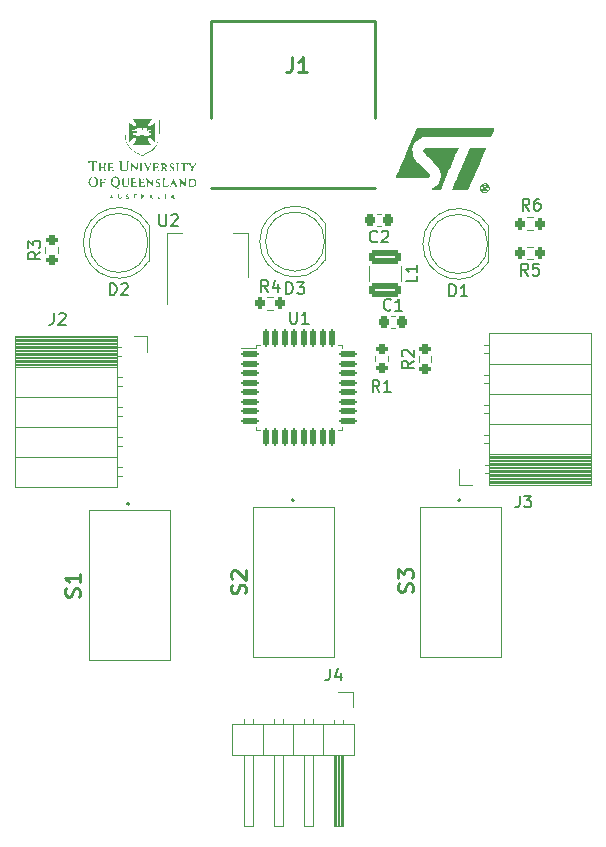
<source format=gto>
G04 #@! TF.GenerationSoftware,KiCad,Pcbnew,7.0.1*
G04 #@! TF.CreationDate,2023-08-25T12:02:58+10:00*
G04 #@! TF.ProjectId,firetruck controller,66697265-7472-4756-936b-20636f6e7472,rev?*
G04 #@! TF.SameCoordinates,Original*
G04 #@! TF.FileFunction,Legend,Top*
G04 #@! TF.FilePolarity,Positive*
%FSLAX46Y46*%
G04 Gerber Fmt 4.6, Leading zero omitted, Abs format (unit mm)*
G04 Created by KiCad (PCBNEW 7.0.1) date 2023-08-25 12:02:58*
%MOMM*%
%LPD*%
G01*
G04 APERTURE LIST*
G04 Aperture macros list*
%AMRoundRect*
0 Rectangle with rounded corners*
0 $1 Rounding radius*
0 $2 $3 $4 $5 $6 $7 $8 $9 X,Y pos of 4 corners*
0 Add a 4 corners polygon primitive as box body*
4,1,4,$2,$3,$4,$5,$6,$7,$8,$9,$2,$3,0*
0 Add four circle primitives for the rounded corners*
1,1,$1+$1,$2,$3*
1,1,$1+$1,$4,$5*
1,1,$1+$1,$6,$7*
1,1,$1+$1,$8,$9*
0 Add four rect primitives between the rounded corners*
20,1,$1+$1,$2,$3,$4,$5,0*
20,1,$1+$1,$4,$5,$6,$7,0*
20,1,$1+$1,$6,$7,$8,$9,0*
20,1,$1+$1,$8,$9,$2,$3,0*%
G04 Aperture macros list end*
%ADD10C,0.254000*%
%ADD11C,0.150000*%
%ADD12C,0.200000*%
%ADD13C,0.100000*%
%ADD14C,0.120000*%
%ADD15C,2.775000*%
%ADD16R,1.500000X2.000000*%
%ADD17R,3.800000X2.000000*%
%ADD18R,1.800000X1.800000*%
%ADD19C,1.800000*%
%ADD20RoundRect,0.225000X0.225000X0.250000X-0.225000X0.250000X-0.225000X-0.250000X0.225000X-0.250000X0*%
%ADD21RoundRect,0.250000X-1.075000X0.375000X-1.075000X-0.375000X1.075000X-0.375000X1.075000X0.375000X0*%
%ADD22C,1.500000*%
%ADD23C,3.400000*%
%ADD24RoundRect,0.200000X0.275000X-0.200000X0.275000X0.200000X-0.275000X0.200000X-0.275000X-0.200000X0*%
%ADD25RoundRect,0.200000X-0.275000X0.200000X-0.275000X-0.200000X0.275000X-0.200000X0.275000X0.200000X0*%
%ADD26RoundRect,0.125000X-0.625000X-0.125000X0.625000X-0.125000X0.625000X0.125000X-0.625000X0.125000X0*%
%ADD27RoundRect,0.125000X-0.125000X-0.625000X0.125000X-0.625000X0.125000X0.625000X-0.125000X0.625000X0*%
%ADD28RoundRect,0.200000X0.200000X0.275000X-0.200000X0.275000X-0.200000X-0.275000X0.200000X-0.275000X0*%
%ADD29RoundRect,0.225000X-0.225000X-0.250000X0.225000X-0.250000X0.225000X0.250000X-0.225000X0.250000X0*%
%ADD30R,1.700000X1.700000*%
%ADD31O,1.700000X1.700000*%
%ADD32RoundRect,0.200000X-0.200000X-0.275000X0.200000X-0.275000X0.200000X0.275000X-0.200000X0.275000X0*%
G04 APERTURE END LIST*
D10*
X197487050Y-66117619D02*
X197547526Y-65936190D01*
X197547526Y-65936190D02*
X197547526Y-65633809D01*
X197547526Y-65633809D02*
X197487050Y-65512857D01*
X197487050Y-65512857D02*
X197426573Y-65452381D01*
X197426573Y-65452381D02*
X197305621Y-65391904D01*
X197305621Y-65391904D02*
X197184669Y-65391904D01*
X197184669Y-65391904D02*
X197063716Y-65452381D01*
X197063716Y-65452381D02*
X197003240Y-65512857D01*
X197003240Y-65512857D02*
X196942764Y-65633809D01*
X196942764Y-65633809D02*
X196882288Y-65875714D01*
X196882288Y-65875714D02*
X196821811Y-65996666D01*
X196821811Y-65996666D02*
X196761335Y-66057143D01*
X196761335Y-66057143D02*
X196640383Y-66117619D01*
X196640383Y-66117619D02*
X196519430Y-66117619D01*
X196519430Y-66117619D02*
X196398478Y-66057143D01*
X196398478Y-66057143D02*
X196338002Y-65996666D01*
X196338002Y-65996666D02*
X196277526Y-65875714D01*
X196277526Y-65875714D02*
X196277526Y-65573333D01*
X196277526Y-65573333D02*
X196338002Y-65391904D01*
X197547526Y-64182380D02*
X197547526Y-64908095D01*
X197547526Y-64545238D02*
X196277526Y-64545238D01*
X196277526Y-64545238D02*
X196458954Y-64666190D01*
X196458954Y-64666190D02*
X196579907Y-64787142D01*
X196579907Y-64787142D02*
X196640383Y-64908095D01*
D11*
X204268095Y-33742619D02*
X204268095Y-34552142D01*
X204268095Y-34552142D02*
X204315714Y-34647380D01*
X204315714Y-34647380D02*
X204363333Y-34695000D01*
X204363333Y-34695000D02*
X204458571Y-34742619D01*
X204458571Y-34742619D02*
X204649047Y-34742619D01*
X204649047Y-34742619D02*
X204744285Y-34695000D01*
X204744285Y-34695000D02*
X204791904Y-34647380D01*
X204791904Y-34647380D02*
X204839523Y-34552142D01*
X204839523Y-34552142D02*
X204839523Y-33742619D01*
X205268095Y-33837857D02*
X205315714Y-33790238D01*
X205315714Y-33790238D02*
X205410952Y-33742619D01*
X205410952Y-33742619D02*
X205649047Y-33742619D01*
X205649047Y-33742619D02*
X205744285Y-33790238D01*
X205744285Y-33790238D02*
X205791904Y-33837857D01*
X205791904Y-33837857D02*
X205839523Y-33933095D01*
X205839523Y-33933095D02*
X205839523Y-34028333D01*
X205839523Y-34028333D02*
X205791904Y-34171190D01*
X205791904Y-34171190D02*
X205220476Y-34742619D01*
X205220476Y-34742619D02*
X205839523Y-34742619D01*
X200066905Y-40582619D02*
X200066905Y-39582619D01*
X200066905Y-39582619D02*
X200305000Y-39582619D01*
X200305000Y-39582619D02*
X200447857Y-39630238D01*
X200447857Y-39630238D02*
X200543095Y-39725476D01*
X200543095Y-39725476D02*
X200590714Y-39820714D01*
X200590714Y-39820714D02*
X200638333Y-40011190D01*
X200638333Y-40011190D02*
X200638333Y-40154047D01*
X200638333Y-40154047D02*
X200590714Y-40344523D01*
X200590714Y-40344523D02*
X200543095Y-40439761D01*
X200543095Y-40439761D02*
X200447857Y-40535000D01*
X200447857Y-40535000D02*
X200305000Y-40582619D01*
X200305000Y-40582619D02*
X200066905Y-40582619D01*
X201019286Y-39677857D02*
X201066905Y-39630238D01*
X201066905Y-39630238D02*
X201162143Y-39582619D01*
X201162143Y-39582619D02*
X201400238Y-39582619D01*
X201400238Y-39582619D02*
X201495476Y-39630238D01*
X201495476Y-39630238D02*
X201543095Y-39677857D01*
X201543095Y-39677857D02*
X201590714Y-39773095D01*
X201590714Y-39773095D02*
X201590714Y-39868333D01*
X201590714Y-39868333D02*
X201543095Y-40011190D01*
X201543095Y-40011190D02*
X200971667Y-40582619D01*
X200971667Y-40582619D02*
X201590714Y-40582619D01*
X222698333Y-36027380D02*
X222650714Y-36075000D01*
X222650714Y-36075000D02*
X222507857Y-36122619D01*
X222507857Y-36122619D02*
X222412619Y-36122619D01*
X222412619Y-36122619D02*
X222269762Y-36075000D01*
X222269762Y-36075000D02*
X222174524Y-35979761D01*
X222174524Y-35979761D02*
X222126905Y-35884523D01*
X222126905Y-35884523D02*
X222079286Y-35694047D01*
X222079286Y-35694047D02*
X222079286Y-35551190D01*
X222079286Y-35551190D02*
X222126905Y-35360714D01*
X222126905Y-35360714D02*
X222174524Y-35265476D01*
X222174524Y-35265476D02*
X222269762Y-35170238D01*
X222269762Y-35170238D02*
X222412619Y-35122619D01*
X222412619Y-35122619D02*
X222507857Y-35122619D01*
X222507857Y-35122619D02*
X222650714Y-35170238D01*
X222650714Y-35170238D02*
X222698333Y-35217857D01*
X223079286Y-35217857D02*
X223126905Y-35170238D01*
X223126905Y-35170238D02*
X223222143Y-35122619D01*
X223222143Y-35122619D02*
X223460238Y-35122619D01*
X223460238Y-35122619D02*
X223555476Y-35170238D01*
X223555476Y-35170238D02*
X223603095Y-35217857D01*
X223603095Y-35217857D02*
X223650714Y-35313095D01*
X223650714Y-35313095D02*
X223650714Y-35408333D01*
X223650714Y-35408333D02*
X223603095Y-35551190D01*
X223603095Y-35551190D02*
X223031667Y-36122619D01*
X223031667Y-36122619D02*
X223650714Y-36122619D01*
X226102619Y-38926666D02*
X226102619Y-39402856D01*
X226102619Y-39402856D02*
X225102619Y-39402856D01*
X226102619Y-38069523D02*
X226102619Y-38640951D01*
X226102619Y-38355237D02*
X225102619Y-38355237D01*
X225102619Y-38355237D02*
X225245476Y-38450475D01*
X225245476Y-38450475D02*
X225340714Y-38545713D01*
X225340714Y-38545713D02*
X225388333Y-38640951D01*
D10*
X215485667Y-20458026D02*
X215485667Y-21365169D01*
X215485667Y-21365169D02*
X215425190Y-21546597D01*
X215425190Y-21546597D02*
X215304238Y-21667550D01*
X215304238Y-21667550D02*
X215122809Y-21728026D01*
X215122809Y-21728026D02*
X215001857Y-21728026D01*
X216755667Y-21728026D02*
X216029952Y-21728026D01*
X216392809Y-21728026D02*
X216392809Y-20458026D01*
X216392809Y-20458026D02*
X216271857Y-20639454D01*
X216271857Y-20639454D02*
X216150905Y-20760407D01*
X216150905Y-20760407D02*
X216029952Y-20820883D01*
D11*
X228816905Y-40672619D02*
X228816905Y-39672619D01*
X228816905Y-39672619D02*
X229055000Y-39672619D01*
X229055000Y-39672619D02*
X229197857Y-39720238D01*
X229197857Y-39720238D02*
X229293095Y-39815476D01*
X229293095Y-39815476D02*
X229340714Y-39910714D01*
X229340714Y-39910714D02*
X229388333Y-40101190D01*
X229388333Y-40101190D02*
X229388333Y-40244047D01*
X229388333Y-40244047D02*
X229340714Y-40434523D01*
X229340714Y-40434523D02*
X229293095Y-40529761D01*
X229293095Y-40529761D02*
X229197857Y-40625000D01*
X229197857Y-40625000D02*
X229055000Y-40672619D01*
X229055000Y-40672619D02*
X228816905Y-40672619D01*
X230340714Y-40672619D02*
X229769286Y-40672619D01*
X230055000Y-40672619D02*
X230055000Y-39672619D01*
X230055000Y-39672619D02*
X229959762Y-39815476D01*
X229959762Y-39815476D02*
X229864524Y-39910714D01*
X229864524Y-39910714D02*
X229769286Y-39958333D01*
X194172619Y-36916666D02*
X193696428Y-37249999D01*
X194172619Y-37488094D02*
X193172619Y-37488094D01*
X193172619Y-37488094D02*
X193172619Y-37107142D01*
X193172619Y-37107142D02*
X193220238Y-37011904D01*
X193220238Y-37011904D02*
X193267857Y-36964285D01*
X193267857Y-36964285D02*
X193363095Y-36916666D01*
X193363095Y-36916666D02*
X193505952Y-36916666D01*
X193505952Y-36916666D02*
X193601190Y-36964285D01*
X193601190Y-36964285D02*
X193648809Y-37011904D01*
X193648809Y-37011904D02*
X193696428Y-37107142D01*
X193696428Y-37107142D02*
X193696428Y-37488094D01*
X193172619Y-36583332D02*
X193172619Y-35964285D01*
X193172619Y-35964285D02*
X193553571Y-36297618D01*
X193553571Y-36297618D02*
X193553571Y-36154761D01*
X193553571Y-36154761D02*
X193601190Y-36059523D01*
X193601190Y-36059523D02*
X193648809Y-36011904D01*
X193648809Y-36011904D02*
X193744047Y-35964285D01*
X193744047Y-35964285D02*
X193982142Y-35964285D01*
X193982142Y-35964285D02*
X194077380Y-36011904D01*
X194077380Y-36011904D02*
X194125000Y-36059523D01*
X194125000Y-36059523D02*
X194172619Y-36154761D01*
X194172619Y-36154761D02*
X194172619Y-36440475D01*
X194172619Y-36440475D02*
X194125000Y-36535713D01*
X194125000Y-36535713D02*
X194077380Y-36583332D01*
X222893333Y-48772619D02*
X222560000Y-48296428D01*
X222321905Y-48772619D02*
X222321905Y-47772619D01*
X222321905Y-47772619D02*
X222702857Y-47772619D01*
X222702857Y-47772619D02*
X222798095Y-47820238D01*
X222798095Y-47820238D02*
X222845714Y-47867857D01*
X222845714Y-47867857D02*
X222893333Y-47963095D01*
X222893333Y-47963095D02*
X222893333Y-48105952D01*
X222893333Y-48105952D02*
X222845714Y-48201190D01*
X222845714Y-48201190D02*
X222798095Y-48248809D01*
X222798095Y-48248809D02*
X222702857Y-48296428D01*
X222702857Y-48296428D02*
X222321905Y-48296428D01*
X223845714Y-48772619D02*
X223274286Y-48772619D01*
X223560000Y-48772619D02*
X223560000Y-47772619D01*
X223560000Y-47772619D02*
X223464762Y-47915476D01*
X223464762Y-47915476D02*
X223369524Y-48010714D01*
X223369524Y-48010714D02*
X223274286Y-48058333D01*
X215328095Y-41992619D02*
X215328095Y-42802142D01*
X215328095Y-42802142D02*
X215375714Y-42897380D01*
X215375714Y-42897380D02*
X215423333Y-42945000D01*
X215423333Y-42945000D02*
X215518571Y-42992619D01*
X215518571Y-42992619D02*
X215709047Y-42992619D01*
X215709047Y-42992619D02*
X215804285Y-42945000D01*
X215804285Y-42945000D02*
X215851904Y-42897380D01*
X215851904Y-42897380D02*
X215899523Y-42802142D01*
X215899523Y-42802142D02*
X215899523Y-41992619D01*
X216899523Y-42992619D02*
X216328095Y-42992619D01*
X216613809Y-42992619D02*
X216613809Y-41992619D01*
X216613809Y-41992619D02*
X216518571Y-42135476D01*
X216518571Y-42135476D02*
X216423333Y-42230714D01*
X216423333Y-42230714D02*
X216328095Y-42278333D01*
X235583333Y-33422619D02*
X235250000Y-32946428D01*
X235011905Y-33422619D02*
X235011905Y-32422619D01*
X235011905Y-32422619D02*
X235392857Y-32422619D01*
X235392857Y-32422619D02*
X235488095Y-32470238D01*
X235488095Y-32470238D02*
X235535714Y-32517857D01*
X235535714Y-32517857D02*
X235583333Y-32613095D01*
X235583333Y-32613095D02*
X235583333Y-32755952D01*
X235583333Y-32755952D02*
X235535714Y-32851190D01*
X235535714Y-32851190D02*
X235488095Y-32898809D01*
X235488095Y-32898809D02*
X235392857Y-32946428D01*
X235392857Y-32946428D02*
X235011905Y-32946428D01*
X236440476Y-32422619D02*
X236250000Y-32422619D01*
X236250000Y-32422619D02*
X236154762Y-32470238D01*
X236154762Y-32470238D02*
X236107143Y-32517857D01*
X236107143Y-32517857D02*
X236011905Y-32660714D01*
X236011905Y-32660714D02*
X235964286Y-32851190D01*
X235964286Y-32851190D02*
X235964286Y-33232142D01*
X235964286Y-33232142D02*
X236011905Y-33327380D01*
X236011905Y-33327380D02*
X236059524Y-33375000D01*
X236059524Y-33375000D02*
X236154762Y-33422619D01*
X236154762Y-33422619D02*
X236345238Y-33422619D01*
X236345238Y-33422619D02*
X236440476Y-33375000D01*
X236440476Y-33375000D02*
X236488095Y-33327380D01*
X236488095Y-33327380D02*
X236535714Y-33232142D01*
X236535714Y-33232142D02*
X236535714Y-32994047D01*
X236535714Y-32994047D02*
X236488095Y-32898809D01*
X236488095Y-32898809D02*
X236440476Y-32851190D01*
X236440476Y-32851190D02*
X236345238Y-32803571D01*
X236345238Y-32803571D02*
X236154762Y-32803571D01*
X236154762Y-32803571D02*
X236059524Y-32851190D01*
X236059524Y-32851190D02*
X236011905Y-32898809D01*
X236011905Y-32898809D02*
X235964286Y-32994047D01*
D10*
X225687050Y-65717619D02*
X225747526Y-65536190D01*
X225747526Y-65536190D02*
X225747526Y-65233809D01*
X225747526Y-65233809D02*
X225687050Y-65112857D01*
X225687050Y-65112857D02*
X225626573Y-65052381D01*
X225626573Y-65052381D02*
X225505621Y-64991904D01*
X225505621Y-64991904D02*
X225384669Y-64991904D01*
X225384669Y-64991904D02*
X225263716Y-65052381D01*
X225263716Y-65052381D02*
X225203240Y-65112857D01*
X225203240Y-65112857D02*
X225142764Y-65233809D01*
X225142764Y-65233809D02*
X225082288Y-65475714D01*
X225082288Y-65475714D02*
X225021811Y-65596666D01*
X225021811Y-65596666D02*
X224961335Y-65657143D01*
X224961335Y-65657143D02*
X224840383Y-65717619D01*
X224840383Y-65717619D02*
X224719430Y-65717619D01*
X224719430Y-65717619D02*
X224598478Y-65657143D01*
X224598478Y-65657143D02*
X224538002Y-65596666D01*
X224538002Y-65596666D02*
X224477526Y-65475714D01*
X224477526Y-65475714D02*
X224477526Y-65173333D01*
X224477526Y-65173333D02*
X224538002Y-64991904D01*
X224477526Y-64568571D02*
X224477526Y-63782380D01*
X224477526Y-63782380D02*
X224961335Y-64205714D01*
X224961335Y-64205714D02*
X224961335Y-64024285D01*
X224961335Y-64024285D02*
X225021811Y-63903333D01*
X225021811Y-63903333D02*
X225082288Y-63842857D01*
X225082288Y-63842857D02*
X225203240Y-63782380D01*
X225203240Y-63782380D02*
X225505621Y-63782380D01*
X225505621Y-63782380D02*
X225626573Y-63842857D01*
X225626573Y-63842857D02*
X225687050Y-63903333D01*
X225687050Y-63903333D02*
X225747526Y-64024285D01*
X225747526Y-64024285D02*
X225747526Y-64387142D01*
X225747526Y-64387142D02*
X225687050Y-64508095D01*
X225687050Y-64508095D02*
X225626573Y-64568571D01*
D11*
X223868333Y-41797380D02*
X223820714Y-41845000D01*
X223820714Y-41845000D02*
X223677857Y-41892619D01*
X223677857Y-41892619D02*
X223582619Y-41892619D01*
X223582619Y-41892619D02*
X223439762Y-41845000D01*
X223439762Y-41845000D02*
X223344524Y-41749761D01*
X223344524Y-41749761D02*
X223296905Y-41654523D01*
X223296905Y-41654523D02*
X223249286Y-41464047D01*
X223249286Y-41464047D02*
X223249286Y-41321190D01*
X223249286Y-41321190D02*
X223296905Y-41130714D01*
X223296905Y-41130714D02*
X223344524Y-41035476D01*
X223344524Y-41035476D02*
X223439762Y-40940238D01*
X223439762Y-40940238D02*
X223582619Y-40892619D01*
X223582619Y-40892619D02*
X223677857Y-40892619D01*
X223677857Y-40892619D02*
X223820714Y-40940238D01*
X223820714Y-40940238D02*
X223868333Y-40987857D01*
X224820714Y-41892619D02*
X224249286Y-41892619D01*
X224535000Y-41892619D02*
X224535000Y-40892619D01*
X224535000Y-40892619D02*
X224439762Y-41035476D01*
X224439762Y-41035476D02*
X224344524Y-41130714D01*
X224344524Y-41130714D02*
X224249286Y-41178333D01*
X234756666Y-57552619D02*
X234756666Y-58266904D01*
X234756666Y-58266904D02*
X234709047Y-58409761D01*
X234709047Y-58409761D02*
X234613809Y-58505000D01*
X234613809Y-58505000D02*
X234470952Y-58552619D01*
X234470952Y-58552619D02*
X234375714Y-58552619D01*
X235137619Y-57552619D02*
X235756666Y-57552619D01*
X235756666Y-57552619D02*
X235423333Y-57933571D01*
X235423333Y-57933571D02*
X235566190Y-57933571D01*
X235566190Y-57933571D02*
X235661428Y-57981190D01*
X235661428Y-57981190D02*
X235709047Y-58028809D01*
X235709047Y-58028809D02*
X235756666Y-58124047D01*
X235756666Y-58124047D02*
X235756666Y-58362142D01*
X235756666Y-58362142D02*
X235709047Y-58457380D01*
X235709047Y-58457380D02*
X235661428Y-58505000D01*
X235661428Y-58505000D02*
X235566190Y-58552619D01*
X235566190Y-58552619D02*
X235280476Y-58552619D01*
X235280476Y-58552619D02*
X235185238Y-58505000D01*
X235185238Y-58505000D02*
X235137619Y-58457380D01*
X213473333Y-40312619D02*
X213140000Y-39836428D01*
X212901905Y-40312619D02*
X212901905Y-39312619D01*
X212901905Y-39312619D02*
X213282857Y-39312619D01*
X213282857Y-39312619D02*
X213378095Y-39360238D01*
X213378095Y-39360238D02*
X213425714Y-39407857D01*
X213425714Y-39407857D02*
X213473333Y-39503095D01*
X213473333Y-39503095D02*
X213473333Y-39645952D01*
X213473333Y-39645952D02*
X213425714Y-39741190D01*
X213425714Y-39741190D02*
X213378095Y-39788809D01*
X213378095Y-39788809D02*
X213282857Y-39836428D01*
X213282857Y-39836428D02*
X212901905Y-39836428D01*
X214330476Y-39645952D02*
X214330476Y-40312619D01*
X214092381Y-39265000D02*
X213854286Y-39979285D01*
X213854286Y-39979285D02*
X214473333Y-39979285D01*
D10*
X211517050Y-65827619D02*
X211577526Y-65646190D01*
X211577526Y-65646190D02*
X211577526Y-65343809D01*
X211577526Y-65343809D02*
X211517050Y-65222857D01*
X211517050Y-65222857D02*
X211456573Y-65162381D01*
X211456573Y-65162381D02*
X211335621Y-65101904D01*
X211335621Y-65101904D02*
X211214669Y-65101904D01*
X211214669Y-65101904D02*
X211093716Y-65162381D01*
X211093716Y-65162381D02*
X211033240Y-65222857D01*
X211033240Y-65222857D02*
X210972764Y-65343809D01*
X210972764Y-65343809D02*
X210912288Y-65585714D01*
X210912288Y-65585714D02*
X210851811Y-65706666D01*
X210851811Y-65706666D02*
X210791335Y-65767143D01*
X210791335Y-65767143D02*
X210670383Y-65827619D01*
X210670383Y-65827619D02*
X210549430Y-65827619D01*
X210549430Y-65827619D02*
X210428478Y-65767143D01*
X210428478Y-65767143D02*
X210368002Y-65706666D01*
X210368002Y-65706666D02*
X210307526Y-65585714D01*
X210307526Y-65585714D02*
X210307526Y-65283333D01*
X210307526Y-65283333D02*
X210368002Y-65101904D01*
X210428478Y-64618095D02*
X210368002Y-64557619D01*
X210368002Y-64557619D02*
X210307526Y-64436666D01*
X210307526Y-64436666D02*
X210307526Y-64134285D01*
X210307526Y-64134285D02*
X210368002Y-64013333D01*
X210368002Y-64013333D02*
X210428478Y-63952857D01*
X210428478Y-63952857D02*
X210549430Y-63892380D01*
X210549430Y-63892380D02*
X210670383Y-63892380D01*
X210670383Y-63892380D02*
X210851811Y-63952857D01*
X210851811Y-63952857D02*
X211577526Y-64678571D01*
X211577526Y-64678571D02*
X211577526Y-63892380D01*
D11*
X215006905Y-40472619D02*
X215006905Y-39472619D01*
X215006905Y-39472619D02*
X215245000Y-39472619D01*
X215245000Y-39472619D02*
X215387857Y-39520238D01*
X215387857Y-39520238D02*
X215483095Y-39615476D01*
X215483095Y-39615476D02*
X215530714Y-39710714D01*
X215530714Y-39710714D02*
X215578333Y-39901190D01*
X215578333Y-39901190D02*
X215578333Y-40044047D01*
X215578333Y-40044047D02*
X215530714Y-40234523D01*
X215530714Y-40234523D02*
X215483095Y-40329761D01*
X215483095Y-40329761D02*
X215387857Y-40425000D01*
X215387857Y-40425000D02*
X215245000Y-40472619D01*
X215245000Y-40472619D02*
X215006905Y-40472619D01*
X215911667Y-39472619D02*
X216530714Y-39472619D01*
X216530714Y-39472619D02*
X216197381Y-39853571D01*
X216197381Y-39853571D02*
X216340238Y-39853571D01*
X216340238Y-39853571D02*
X216435476Y-39901190D01*
X216435476Y-39901190D02*
X216483095Y-39948809D01*
X216483095Y-39948809D02*
X216530714Y-40044047D01*
X216530714Y-40044047D02*
X216530714Y-40282142D01*
X216530714Y-40282142D02*
X216483095Y-40377380D01*
X216483095Y-40377380D02*
X216435476Y-40425000D01*
X216435476Y-40425000D02*
X216340238Y-40472619D01*
X216340238Y-40472619D02*
X216054524Y-40472619D01*
X216054524Y-40472619D02*
X215959286Y-40425000D01*
X215959286Y-40425000D02*
X215911667Y-40377380D01*
X218706666Y-72207619D02*
X218706666Y-72921904D01*
X218706666Y-72921904D02*
X218659047Y-73064761D01*
X218659047Y-73064761D02*
X218563809Y-73160000D01*
X218563809Y-73160000D02*
X218420952Y-73207619D01*
X218420952Y-73207619D02*
X218325714Y-73207619D01*
X219611428Y-72540952D02*
X219611428Y-73207619D01*
X219373333Y-72160000D02*
X219135238Y-72874285D01*
X219135238Y-72874285D02*
X219754285Y-72874285D01*
X225782619Y-46146666D02*
X225306428Y-46479999D01*
X225782619Y-46718094D02*
X224782619Y-46718094D01*
X224782619Y-46718094D02*
X224782619Y-46337142D01*
X224782619Y-46337142D02*
X224830238Y-46241904D01*
X224830238Y-46241904D02*
X224877857Y-46194285D01*
X224877857Y-46194285D02*
X224973095Y-46146666D01*
X224973095Y-46146666D02*
X225115952Y-46146666D01*
X225115952Y-46146666D02*
X225211190Y-46194285D01*
X225211190Y-46194285D02*
X225258809Y-46241904D01*
X225258809Y-46241904D02*
X225306428Y-46337142D01*
X225306428Y-46337142D02*
X225306428Y-46718094D01*
X224877857Y-45765713D02*
X224830238Y-45718094D01*
X224830238Y-45718094D02*
X224782619Y-45622856D01*
X224782619Y-45622856D02*
X224782619Y-45384761D01*
X224782619Y-45384761D02*
X224830238Y-45289523D01*
X224830238Y-45289523D02*
X224877857Y-45241904D01*
X224877857Y-45241904D02*
X224973095Y-45194285D01*
X224973095Y-45194285D02*
X225068333Y-45194285D01*
X225068333Y-45194285D02*
X225211190Y-45241904D01*
X225211190Y-45241904D02*
X225782619Y-45813332D01*
X225782619Y-45813332D02*
X225782619Y-45194285D01*
X195326666Y-42092619D02*
X195326666Y-42806904D01*
X195326666Y-42806904D02*
X195279047Y-42949761D01*
X195279047Y-42949761D02*
X195183809Y-43045000D01*
X195183809Y-43045000D02*
X195040952Y-43092619D01*
X195040952Y-43092619D02*
X194945714Y-43092619D01*
X195755238Y-42187857D02*
X195802857Y-42140238D01*
X195802857Y-42140238D02*
X195898095Y-42092619D01*
X195898095Y-42092619D02*
X196136190Y-42092619D01*
X196136190Y-42092619D02*
X196231428Y-42140238D01*
X196231428Y-42140238D02*
X196279047Y-42187857D01*
X196279047Y-42187857D02*
X196326666Y-42283095D01*
X196326666Y-42283095D02*
X196326666Y-42378333D01*
X196326666Y-42378333D02*
X196279047Y-42521190D01*
X196279047Y-42521190D02*
X195707619Y-43092619D01*
X195707619Y-43092619D02*
X196326666Y-43092619D01*
X235478333Y-38922619D02*
X235145000Y-38446428D01*
X234906905Y-38922619D02*
X234906905Y-37922619D01*
X234906905Y-37922619D02*
X235287857Y-37922619D01*
X235287857Y-37922619D02*
X235383095Y-37970238D01*
X235383095Y-37970238D02*
X235430714Y-38017857D01*
X235430714Y-38017857D02*
X235478333Y-38113095D01*
X235478333Y-38113095D02*
X235478333Y-38255952D01*
X235478333Y-38255952D02*
X235430714Y-38351190D01*
X235430714Y-38351190D02*
X235383095Y-38398809D01*
X235383095Y-38398809D02*
X235287857Y-38446428D01*
X235287857Y-38446428D02*
X234906905Y-38446428D01*
X236383095Y-37922619D02*
X235906905Y-37922619D01*
X235906905Y-37922619D02*
X235859286Y-38398809D01*
X235859286Y-38398809D02*
X235906905Y-38351190D01*
X235906905Y-38351190D02*
X236002143Y-38303571D01*
X236002143Y-38303571D02*
X236240238Y-38303571D01*
X236240238Y-38303571D02*
X236335476Y-38351190D01*
X236335476Y-38351190D02*
X236383095Y-38398809D01*
X236383095Y-38398809D02*
X236430714Y-38494047D01*
X236430714Y-38494047D02*
X236430714Y-38732142D01*
X236430714Y-38732142D02*
X236383095Y-38827380D01*
X236383095Y-38827380D02*
X236335476Y-38875000D01*
X236335476Y-38875000D02*
X236240238Y-38922619D01*
X236240238Y-38922619D02*
X236002143Y-38922619D01*
X236002143Y-38922619D02*
X235906905Y-38875000D01*
X235906905Y-38875000D02*
X235859286Y-38827380D01*
D12*
X201720000Y-58260000D02*
X201720000Y-58260000D01*
X201520000Y-58260000D02*
X201520000Y-58260000D01*
D13*
X205150000Y-58810000D02*
X205150000Y-71510000D01*
X198290000Y-58810000D02*
X205150000Y-58810000D01*
X205150000Y-71510000D02*
X198290000Y-71510000D01*
X198290000Y-71510000D02*
X198290000Y-58810000D01*
D12*
X201520000Y-58260000D02*
G75*
G03*
X201720000Y-58260000I100000J0D01*
G01*
X201720000Y-58260000D02*
G75*
G03*
X201520000Y-58260000I-100000J0D01*
G01*
D14*
X204940000Y-41340000D02*
X204940000Y-35330000D01*
X211760000Y-39090000D02*
X211760000Y-35330000D01*
X204940000Y-35330000D02*
X206200000Y-35330000D01*
X211760000Y-35330000D02*
X210500000Y-35330000D01*
X203365000Y-37705000D02*
X203365000Y-34615000D01*
X197815001Y-36159538D02*
G75*
G03*
X203364999Y-37704830I2989999J-462D01*
G01*
X203365000Y-34615170D02*
G75*
G03*
X197815000Y-36160462I-2560000J-1544830D01*
G01*
X203305000Y-36160000D02*
G75*
G03*
X203305000Y-36160000I-2500000J0D01*
G01*
X223005580Y-34740000D02*
X222724420Y-34740000D01*
X223005580Y-33720000D02*
X222724420Y-33720000D01*
X224720000Y-38157936D02*
X224720000Y-39362064D01*
X222000000Y-38157936D02*
X222000000Y-39362064D01*
G36*
X204804421Y-32067028D02*
G01*
X204816459Y-32146344D01*
X204820000Y-32236666D01*
X204814939Y-32343198D01*
X204801720Y-32415422D01*
X204786666Y-32436666D01*
X204768911Y-32406304D01*
X204756873Y-32326988D01*
X204753333Y-32236666D01*
X204758393Y-32130135D01*
X204771613Y-32057910D01*
X204786666Y-32036666D01*
X204804421Y-32067028D01*
G37*
G36*
X204171969Y-32065947D02*
G01*
X204185083Y-32155907D01*
X204186666Y-32223885D01*
X204188326Y-32329721D01*
X204198096Y-32383673D01*
X204223168Y-32400519D01*
X204270000Y-32395174D01*
X204331939Y-32392889D01*
X204353333Y-32407955D01*
X204323876Y-32426417D01*
X204250840Y-32436197D01*
X204228333Y-32436666D01*
X204103333Y-32436666D01*
X204103333Y-32236666D01*
X204109123Y-32111423D01*
X204127105Y-32047472D01*
X204145000Y-32036666D01*
X204171969Y-32065947D01*
G37*
G36*
X204691876Y-31036634D02*
G01*
X204680419Y-31370000D01*
X204800209Y-31370000D01*
X204929787Y-31342172D01*
X204992453Y-31297546D01*
X205039454Y-31254893D01*
X205049743Y-31260898D01*
X205042453Y-31283605D01*
X205023163Y-31348868D01*
X205020000Y-31372726D01*
X204989440Y-31387571D01*
X204908805Y-31398432D01*
X204794658Y-31403214D01*
X204778333Y-31403280D01*
X204536666Y-31403228D01*
X204536666Y-31053252D01*
X204536666Y-30703276D01*
X204620000Y-30703272D01*
X204703333Y-30703268D01*
X204691876Y-31036634D01*
G37*
G36*
X202276054Y-32043855D02*
G01*
X202339575Y-32055525D01*
X202353333Y-32066879D01*
X202326787Y-32084025D01*
X202286666Y-32079658D01*
X202248786Y-32075880D01*
X202228793Y-32099523D01*
X202221087Y-32164855D01*
X202220000Y-32249445D01*
X202214627Y-32351050D01*
X202200744Y-32419043D01*
X202186666Y-32436666D01*
X202168311Y-32406548D01*
X202156205Y-32328946D01*
X202153333Y-32255651D01*
X202150255Y-32149779D01*
X202136519Y-32092856D01*
X202105371Y-32067280D01*
X202078333Y-32060191D01*
X202065631Y-32051712D01*
X202109885Y-32044614D01*
X202178333Y-32041206D01*
X202276054Y-32043855D01*
G37*
G36*
X201080658Y-32193827D02*
G01*
X201079494Y-32302885D01*
X201062796Y-32365354D01*
X201025146Y-32400542D01*
X201022191Y-32402160D01*
X200943973Y-32433338D01*
X200883414Y-32420733D01*
X200845854Y-32395000D01*
X200812406Y-32342795D01*
X200789008Y-32259482D01*
X200777755Y-32166837D01*
X200780738Y-32086634D01*
X200800048Y-32040650D01*
X200811426Y-32036666D01*
X200840000Y-32068122D01*
X200852621Y-32163130D01*
X200853333Y-32204379D01*
X200868495Y-32326611D01*
X200906544Y-32393057D01*
X200956321Y-32405250D01*
X201006669Y-32364723D01*
X201046429Y-32273008D01*
X201062273Y-32175677D01*
X201074650Y-32020000D01*
X201080658Y-32193827D01*
G37*
G36*
X205876849Y-29411121D02*
G01*
X205901286Y-29420960D01*
X205895000Y-29425409D01*
X205874142Y-29465283D01*
X205860117Y-29553028D01*
X205852972Y-29670196D01*
X205852756Y-29798339D01*
X205859517Y-29919006D01*
X205873303Y-30013750D01*
X205893333Y-30063333D01*
X205905387Y-30089366D01*
X205866637Y-30101263D01*
X205803333Y-30103333D01*
X205723026Y-30099032D01*
X205699945Y-30083448D01*
X205713333Y-30063333D01*
X205734986Y-30007057D01*
X205748819Y-29896201D01*
X205753333Y-29753333D01*
X205748204Y-29602045D01*
X205733830Y-29494298D01*
X205713333Y-29443333D01*
X205701378Y-29417700D01*
X205739961Y-29406774D01*
X205805000Y-29405964D01*
X205876849Y-29411121D01*
G37*
G36*
X202782719Y-29408500D02*
G01*
X202806660Y-29423062D01*
X202793333Y-29443333D01*
X202771680Y-29499609D01*
X202757847Y-29610465D01*
X202753333Y-29753333D01*
X202758462Y-29904620D01*
X202772836Y-30012368D01*
X202793333Y-30063333D01*
X202805288Y-30088966D01*
X202766705Y-30099892D01*
X202701666Y-30100701D01*
X202629817Y-30095545D01*
X202605380Y-30085706D01*
X202611666Y-30081257D01*
X202633782Y-30045491D01*
X202647343Y-29956011D01*
X202653048Y-29807306D01*
X202653333Y-29753333D01*
X202649738Y-29586747D01*
X202638487Y-29480955D01*
X202618879Y-29430447D01*
X202611666Y-29425409D01*
X202613912Y-29414558D01*
X202668961Y-29407223D01*
X202701666Y-29405964D01*
X202782719Y-29408500D01*
G37*
G36*
X206652319Y-29495000D02*
G01*
X206648246Y-29554139D01*
X206633416Y-29553340D01*
X206617330Y-29528333D01*
X206560246Y-29483253D01*
X206499389Y-29470000D01*
X206415425Y-29470000D01*
X206426046Y-29786741D01*
X206436666Y-30103482D01*
X206320000Y-30100776D01*
X206254931Y-30095101D01*
X206239320Y-30084402D01*
X206245000Y-30081257D01*
X206267674Y-30044229D01*
X206281304Y-29951912D01*
X206286558Y-29799258D01*
X206286666Y-29767222D01*
X206286666Y-29470000D01*
X206189110Y-29470000D01*
X206104245Y-29489278D01*
X206076310Y-29528333D01*
X206064584Y-29546985D01*
X206057553Y-29502386D01*
X206057200Y-29495000D01*
X206053333Y-29403333D01*
X206353333Y-29403333D01*
X206653333Y-29403333D01*
X206652319Y-29495000D01*
G37*
G36*
X203452957Y-32230832D02*
G01*
X203487327Y-32230832D01*
X203510240Y-32265194D01*
X203535620Y-32270000D01*
X203569262Y-32247880D01*
X203565461Y-32220191D01*
X203534083Y-32186342D01*
X203516507Y-32188825D01*
X203487327Y-32230832D01*
X203452957Y-32230832D01*
X203466260Y-32199274D01*
X203545853Y-32020000D01*
X203633358Y-32216790D01*
X203676080Y-32319744D01*
X203702108Y-32396246D01*
X203705982Y-32428461D01*
X203669184Y-32429748D01*
X203632287Y-32392673D01*
X203620000Y-32351366D01*
X203595820Y-32310270D01*
X203539376Y-32301439D01*
X203474809Y-32321600D01*
X203426259Y-32367481D01*
X203421038Y-32378333D01*
X203398150Y-32421404D01*
X203388779Y-32415941D01*
X203400372Y-32367028D01*
X203432542Y-32279263D01*
X203452957Y-32230832D01*
G37*
G36*
X201627786Y-32045843D02*
G01*
X201653333Y-32066739D01*
X201629116Y-32087301D01*
X201604929Y-32082666D01*
X201537601Y-32080210D01*
X201516558Y-32088793D01*
X201509775Y-32122486D01*
X201560912Y-32181758D01*
X201589962Y-32206705D01*
X201659282Y-32270551D01*
X201681392Y-32316322D01*
X201666427Y-32359958D01*
X201596622Y-32420395D01*
X201505700Y-32419020D01*
X201495000Y-32414974D01*
X201456342Y-32375648D01*
X201453333Y-32360555D01*
X201467123Y-32342851D01*
X201493333Y-32363333D01*
X201552417Y-32398884D01*
X201576666Y-32403333D01*
X201616157Y-32383273D01*
X201612473Y-32335203D01*
X201570525Y-32277293D01*
X201534994Y-32249172D01*
X201470058Y-32181757D01*
X201460118Y-32113136D01*
X201502940Y-32060589D01*
X201561666Y-32042785D01*
X201627786Y-32045843D01*
G37*
G36*
X203125313Y-29415327D02*
G01*
X203137196Y-29445000D01*
X203143114Y-29494915D01*
X203172351Y-29584420D01*
X203214977Y-29686007D01*
X203306802Y-29885348D01*
X203393305Y-29669340D01*
X203439620Y-29541448D01*
X203454962Y-29463793D01*
X203441570Y-29428843D01*
X203441513Y-29411680D01*
X203494999Y-29403887D01*
X203499081Y-29403843D01*
X203562899Y-29410580D01*
X203569317Y-29435265D01*
X203562779Y-29445000D01*
X203536885Y-29493366D01*
X203494793Y-29587408D01*
X203443830Y-29710421D01*
X203420257Y-29770000D01*
X203369134Y-29897942D01*
X203325285Y-30001893D01*
X203295364Y-30066333D01*
X203288014Y-30078545D01*
X203267114Y-30060142D01*
X203226565Y-29991250D01*
X203172313Y-29882941D01*
X203113464Y-29753545D01*
X202960686Y-29403333D01*
X203055963Y-29403333D01*
X203125313Y-29415327D01*
G37*
G36*
X205285102Y-32220000D02*
G01*
X205320000Y-32220000D01*
X205337999Y-32264358D01*
X205353333Y-32270000D01*
X205382905Y-32243001D01*
X205386666Y-32220000D01*
X205368667Y-32175641D01*
X205353333Y-32170000D01*
X205323760Y-32196998D01*
X205320000Y-32220000D01*
X205285102Y-32220000D01*
X205299212Y-32186868D01*
X205374334Y-32020404D01*
X205463833Y-32215897D01*
X205515626Y-32329687D01*
X205542498Y-32395648D01*
X205546777Y-32426795D01*
X205530792Y-32436141D01*
X205503333Y-32436666D01*
X205462613Y-32408876D01*
X205453333Y-32370000D01*
X205429426Y-32317041D01*
X205373370Y-32299816D01*
X205308659Y-32317340D01*
X205258786Y-32368628D01*
X205254372Y-32378333D01*
X205232406Y-32417122D01*
X205224158Y-32403333D01*
X205237208Y-32346219D01*
X205270754Y-32253691D01*
X205285102Y-32220000D01*
G37*
G36*
X200127698Y-32234166D02*
G01*
X200159722Y-32234166D01*
X200175812Y-32264561D01*
X200203333Y-32270000D01*
X200244819Y-32253086D01*
X200246944Y-32234166D01*
X200212531Y-32199727D01*
X200203333Y-32198333D01*
X200164248Y-32224284D01*
X200159722Y-32234166D01*
X200127698Y-32234166D01*
X200137849Y-32209510D01*
X200178777Y-32125304D01*
X200210696Y-32075758D01*
X200219514Y-32070000D01*
X200242983Y-32097385D01*
X200281333Y-32165489D01*
X200324437Y-32253234D01*
X200362165Y-32339540D01*
X200384387Y-32403329D01*
X200386666Y-32417846D01*
X200370264Y-32440142D01*
X200335800Y-32421933D01*
X200305386Y-32375913D01*
X200303333Y-32370000D01*
X200258569Y-32315391D01*
X200189603Y-32305412D01*
X200120876Y-32339107D01*
X200090729Y-32378333D01*
X200066795Y-32416799D01*
X200065311Y-32403333D01*
X200096998Y-32308733D01*
X200127698Y-32234166D01*
G37*
G36*
X202703333Y-32136666D02*
G01*
X202753333Y-32136666D01*
X202776903Y-32192376D01*
X202820000Y-32203333D01*
X202875710Y-32179763D01*
X202886666Y-32136666D01*
X202863096Y-32080956D01*
X202820000Y-32070000D01*
X202764289Y-32093570D01*
X202753333Y-32136666D01*
X202703333Y-32136666D01*
X202703333Y-32033635D01*
X202819722Y-32043484D01*
X202903826Y-32068641D01*
X202950665Y-32116587D01*
X202950518Y-32171294D01*
X202917582Y-32204827D01*
X202895632Y-32236525D01*
X202915999Y-32291714D01*
X202933632Y-32320047D01*
X202974769Y-32395086D01*
X202971927Y-32421124D01*
X202929407Y-32395133D01*
X202886543Y-32353201D01*
X202812992Y-32287176D01*
X202769994Y-32276062D01*
X202760569Y-32319857D01*
X202767021Y-32353333D01*
X202770849Y-32420534D01*
X202745635Y-32436666D01*
X202719489Y-32410551D01*
X202705953Y-32328367D01*
X202703333Y-32235151D01*
X202703333Y-32136666D01*
G37*
G36*
X206912815Y-29411034D02*
G01*
X206939227Y-29430546D01*
X206937472Y-29435362D01*
X206942819Y-29478414D01*
X206975227Y-29550361D01*
X207020924Y-29627399D01*
X207066139Y-29685726D01*
X207092281Y-29702920D01*
X207127111Y-29676211D01*
X207171787Y-29611441D01*
X207212987Y-29533060D01*
X207237386Y-29465516D01*
X207237042Y-29437274D01*
X207248854Y-29412590D01*
X207309699Y-29403843D01*
X207364456Y-29411169D01*
X207366981Y-29428201D01*
X207366034Y-29428843D01*
X207329425Y-29469006D01*
X207273099Y-29547732D01*
X207224367Y-29623686D01*
X207164338Y-29745819D01*
X207127770Y-29869449D01*
X207116917Y-29978135D01*
X207134032Y-30055441D01*
X207161666Y-30081257D01*
X207161056Y-30092662D01*
X207107455Y-30099945D01*
X207086666Y-30100722D01*
X206970000Y-30103374D01*
X206980711Y-29945020D01*
X206981828Y-29852250D01*
X206964868Y-29775586D01*
X206921424Y-29691294D01*
X206856748Y-29595000D01*
X206722073Y-29403333D01*
X206839670Y-29403333D01*
X206912815Y-29411034D01*
G37*
G36*
X206770000Y-31160098D02*
G01*
X206890803Y-31160098D01*
X206893104Y-31263265D01*
X206899823Y-31322492D01*
X206900721Y-31325213D01*
X206946263Y-31362949D01*
X207025423Y-31365043D01*
X207116634Y-31333261D01*
X207161758Y-31303860D01*
X207240991Y-31208032D01*
X207272880Y-31095111D01*
X207262499Y-30980122D01*
X207214922Y-30878087D01*
X207135219Y-30804029D01*
X207028465Y-30772973D01*
X206983308Y-30775363D01*
X206942107Y-30785818D01*
X206917247Y-30812583D01*
X206903589Y-30870412D01*
X206895998Y-30974062D01*
X206893434Y-31033547D01*
X206890803Y-31160098D01*
X206770000Y-31160098D01*
X206770000Y-31072706D01*
X206770000Y-30742079D01*
X206890936Y-30730546D01*
X207073761Y-30735534D01*
X207220207Y-30783766D01*
X207324103Y-30868224D01*
X207379282Y-30981887D01*
X207379575Y-31117737D01*
X207336321Y-31237333D01*
X207277196Y-31323381D01*
X207198283Y-31374754D01*
X207083084Y-31398804D01*
X206963858Y-31403333D01*
X206770000Y-31403333D01*
X206770000Y-31160098D01*
G37*
G36*
X198984553Y-29345000D02*
G01*
X198981288Y-29413376D01*
X198971706Y-29420851D01*
X198952294Y-29378333D01*
X198912636Y-29324285D01*
X198838855Y-29304367D01*
X198804407Y-29303333D01*
X198686666Y-29303333D01*
X198686666Y-29671074D01*
X198687421Y-29832254D01*
X198691264Y-29939339D01*
X198700565Y-30004898D01*
X198717693Y-30041498D01*
X198745017Y-30061706D01*
X198761666Y-30068961D01*
X198786386Y-30085222D01*
X198757257Y-30094669D01*
X198668928Y-30098420D01*
X198620000Y-30098588D01*
X198518746Y-30095783D01*
X198458703Y-30088906D01*
X198452362Y-30079423D01*
X198453333Y-30079036D01*
X198495847Y-30055789D01*
X198524276Y-30016429D01*
X198541386Y-29948882D01*
X198549945Y-29841074D01*
X198552722Y-29680931D01*
X198552822Y-29645000D01*
X198553333Y-29303333D01*
X198435592Y-29303333D01*
X198346151Y-29314756D01*
X198298042Y-29356654D01*
X198287705Y-29378333D01*
X198267273Y-29422223D01*
X198258331Y-29410557D01*
X198255446Y-29345000D01*
X198253333Y-29236666D01*
X198620000Y-29236666D01*
X198986666Y-29236666D01*
X198984553Y-29345000D01*
G37*
G36*
X201705697Y-30709914D02*
G01*
X201701501Y-30734583D01*
X201693333Y-30743333D01*
X201671601Y-30799233D01*
X201657662Y-30907703D01*
X201653333Y-31038167D01*
X201649775Y-31179825D01*
X201637130Y-31270695D01*
X201612438Y-31326371D01*
X201595000Y-31345570D01*
X201487568Y-31403191D01*
X201353331Y-31420507D01*
X201294178Y-31413639D01*
X201218803Y-31378933D01*
X201166180Y-31304443D01*
X201132892Y-31181895D01*
X201115523Y-31003017D01*
X201114387Y-30978333D01*
X201109431Y-30843649D01*
X201110822Y-30762189D01*
X201122065Y-30720571D01*
X201146666Y-30705411D01*
X201186419Y-30703328D01*
X201270000Y-30703323D01*
X201258214Y-30987420D01*
X201256265Y-31156078D01*
X201269490Y-31268798D01*
X201301629Y-31335322D01*
X201356419Y-31365390D01*
X201405033Y-31370000D01*
X201488529Y-31356371D01*
X201543238Y-31309471D01*
X201573242Y-31220278D01*
X201582624Y-31079770D01*
X201580649Y-30981891D01*
X201576189Y-30846099D01*
X201577822Y-30763628D01*
X201588933Y-30721190D01*
X201612911Y-30705496D01*
X201651666Y-30703255D01*
X201705697Y-30709914D01*
G37*
G36*
X198263173Y-30917990D02*
G01*
X198421482Y-30917990D01*
X198425307Y-31056881D01*
X198451452Y-31187511D01*
X198497846Y-31290948D01*
X198560965Y-31347690D01*
X198671814Y-31364335D01*
X198772917Y-31317203D01*
X198802639Y-31290390D01*
X198874698Y-31177849D01*
X198910775Y-31034985D01*
X198910307Y-30884351D01*
X198872732Y-30748501D01*
X198818140Y-30668140D01*
X198719471Y-30610879D01*
X198610221Y-30610782D01*
X198511521Y-30666370D01*
X198489086Y-30691161D01*
X198442050Y-30789773D01*
X198421482Y-30917990D01*
X198263173Y-30917990D01*
X198264019Y-30879819D01*
X198300707Y-30754476D01*
X198380153Y-30639907D01*
X198494253Y-30569164D01*
X198627997Y-30541601D01*
X198766376Y-30556569D01*
X198894379Y-30613420D01*
X198996996Y-30711507D01*
X199038672Y-30786325D01*
X199078012Y-30907657D01*
X199079974Y-31015401D01*
X199044161Y-31140877D01*
X199033840Y-31167343D01*
X198947226Y-31304655D01*
X198823753Y-31390582D01*
X198674209Y-31420365D01*
X198521154Y-31393491D01*
X198393621Y-31316616D01*
X198305108Y-31196256D01*
X198260333Y-31046096D01*
X198263173Y-30917990D01*
G37*
G36*
X199605897Y-30739063D02*
G01*
X199679946Y-30748198D01*
X199713519Y-30766990D01*
X199720000Y-30790748D01*
X199710465Y-30825991D01*
X199672581Y-30805475D01*
X199672326Y-30805263D01*
X199609342Y-30781841D01*
X199515620Y-30775103D01*
X199497326Y-30776182D01*
X199413448Y-30788578D01*
X199374888Y-30819666D01*
X199360301Y-30888369D01*
X199359290Y-30898545D01*
X199348580Y-31010424D01*
X199500956Y-30998305D01*
X199594146Y-30993834D01*
X199638795Y-31005224D01*
X199652535Y-31040252D01*
X199653333Y-31065507D01*
X199646670Y-31119087D01*
X199619320Y-31115793D01*
X199605349Y-31105006D01*
X199538031Y-31078894D01*
X199463682Y-31075924D01*
X199407094Y-31087493D01*
X199379925Y-31117626D01*
X199371973Y-31185156D01*
X199372094Y-31245000D01*
X199369722Y-31341525D01*
X199354505Y-31388518D01*
X199319335Y-31402866D01*
X199305428Y-31403333D01*
X199274159Y-31399193D01*
X199254145Y-31378707D01*
X199242892Y-31329776D01*
X199237901Y-31240301D01*
X199236679Y-31098183D01*
X199236666Y-31070000D01*
X199236666Y-30736666D01*
X199478333Y-30736666D01*
X199605897Y-30739063D01*
G37*
G36*
X204214542Y-30723908D02*
G01*
X204288489Y-30748005D01*
X204316357Y-30795121D01*
X204319508Y-30849166D01*
X204319017Y-30953333D01*
X204277004Y-30870295D01*
X204212793Y-30795032D01*
X204133603Y-30775300D01*
X204068398Y-30804662D01*
X204031579Y-30843321D01*
X204029900Y-30880351D01*
X204069839Y-30927368D01*
X204157872Y-30995992D01*
X204186666Y-31016817D01*
X204284500Y-31093846D01*
X204335795Y-31155673D01*
X204352920Y-31218308D01*
X204353333Y-31232529D01*
X204325009Y-31333087D01*
X204251460Y-31399648D01*
X204149817Y-31421792D01*
X204070000Y-31404841D01*
X204005723Y-31389390D01*
X203978333Y-31392804D01*
X203961750Y-31374036D01*
X203953923Y-31309069D01*
X203953824Y-31296967D01*
X203954316Y-31186666D01*
X203996475Y-31270000D01*
X204054581Y-31336176D01*
X204137651Y-31353333D01*
X204208742Y-31344073D01*
X204234507Y-31305208D01*
X204236666Y-31271274D01*
X204215381Y-31201584D01*
X204144887Y-31129919D01*
X204095000Y-31094071D01*
X204005168Y-31024784D01*
X203962654Y-30963014D01*
X203953333Y-30901898D01*
X203981794Y-30802456D01*
X204058016Y-30738103D01*
X204168257Y-30718204D01*
X204214542Y-30723908D01*
G37*
G36*
X205367989Y-29411533D02*
G01*
X205447217Y-29423003D01*
X205479469Y-29454019D01*
X205484486Y-29520000D01*
X205480931Y-29583561D01*
X205470414Y-29585977D01*
X205454009Y-29549636D01*
X205395052Y-29473717D01*
X205311315Y-29449112D01*
X205270000Y-29457945D01*
X205223019Y-29500767D01*
X205232373Y-29565330D01*
X205294768Y-29643557D01*
X205370000Y-29703333D01*
X205462726Y-29775299D01*
X205508290Y-29836827D01*
X205520000Y-29902553D01*
X205496839Y-30011726D01*
X205425957Y-30076134D01*
X205305258Y-30097379D01*
X205266544Y-30096101D01*
X205175809Y-30087261D01*
X205133409Y-30065815D01*
X205121087Y-30015997D01*
X205120518Y-29970000D01*
X205122317Y-29895234D01*
X205131620Y-29880863D01*
X205155559Y-29920615D01*
X205162158Y-29933394D01*
X205229376Y-30026309D01*
X205301834Y-30061789D01*
X205367205Y-30038985D01*
X205414409Y-29973327D01*
X205400908Y-29901396D01*
X205325132Y-29818962D01*
X205270000Y-29777103D01*
X205178071Y-29704451D01*
X205132546Y-29642861D01*
X205120006Y-29573975D01*
X205120000Y-29571859D01*
X205145086Y-29477060D01*
X205221182Y-29423530D01*
X205349543Y-29410460D01*
X205367989Y-29411533D01*
G37*
G36*
X201916430Y-29417046D02*
G01*
X201984834Y-29461908D01*
X202074672Y-29547170D01*
X202149789Y-29628333D01*
X202352058Y-29853333D01*
X202352695Y-29647777D01*
X202346093Y-29513709D01*
X202325799Y-29438919D01*
X202311666Y-29425409D01*
X202312276Y-29414128D01*
X202365874Y-29407154D01*
X202386666Y-29406475D01*
X202453548Y-29410997D01*
X202468531Y-29425394D01*
X202462960Y-29430011D01*
X202440776Y-29478175D01*
X202424191Y-29587966D01*
X202413893Y-29754523D01*
X202412960Y-29783212D01*
X202403333Y-30110756D01*
X202186666Y-29855820D01*
X201970000Y-29600883D01*
X201960021Y-29824124D01*
X201959397Y-29964773D01*
X201973538Y-30047352D01*
X201993355Y-30074839D01*
X201997832Y-30093101D01*
X201940865Y-30100268D01*
X201920000Y-30100191D01*
X201854932Y-30094891D01*
X201839319Y-30084393D01*
X201845000Y-30081257D01*
X201867744Y-30044068D01*
X201881381Y-29951389D01*
X201886574Y-29798238D01*
X201886666Y-29768878D01*
X201884569Y-29621945D01*
X201876648Y-29527789D01*
X201860460Y-29472606D01*
X201833561Y-29442590D01*
X201828333Y-29439336D01*
X201795460Y-29414949D01*
X201819224Y-29405674D01*
X201858760Y-29404346D01*
X201916430Y-29417046D01*
G37*
G36*
X203253079Y-30723145D02*
G01*
X203339992Y-30788347D01*
X203456819Y-30903201D01*
X203479858Y-30927748D01*
X203689716Y-31153333D01*
X203678278Y-30928333D01*
X203674598Y-30806342D01*
X203680700Y-30737245D01*
X203698984Y-30707680D01*
X203718667Y-30703333D01*
X203744230Y-30713275D01*
X203758591Y-30751335D01*
X203763636Y-30829866D01*
X203761251Y-30961217D01*
X203760655Y-30978333D01*
X203754387Y-31162277D01*
X203747393Y-31284663D01*
X203734163Y-31350426D01*
X203709189Y-31364505D01*
X203666961Y-31331835D01*
X203601970Y-31257352D01*
X203536666Y-31179033D01*
X203446641Y-31075044D01*
X203371186Y-30993601D01*
X203321236Y-30946235D01*
X203308931Y-30938896D01*
X203296731Y-30968181D01*
X203290624Y-31047371D01*
X203291807Y-31159880D01*
X203292264Y-31170075D01*
X203295665Y-31295491D01*
X203289609Y-31367465D01*
X203271955Y-31398817D01*
X203253333Y-31403486D01*
X203229039Y-31392805D01*
X203215379Y-31352824D01*
X203210726Y-31271638D01*
X203213454Y-31137346D01*
X203214198Y-31117166D01*
X203217292Y-30969112D01*
X203211614Y-30871599D01*
X203195049Y-30808839D01*
X203167365Y-30767088D01*
X203130071Y-30720395D01*
X203144991Y-30704599D01*
X203189833Y-30702748D01*
X203253079Y-30723145D01*
G37*
G36*
X202095000Y-30703305D02*
G01*
X202214308Y-30704869D01*
X202281493Y-30712791D01*
X202311083Y-30731974D01*
X202317606Y-30767319D01*
X202317368Y-30778333D01*
X202309678Y-30820394D01*
X202297923Y-30811666D01*
X202256248Y-30784520D01*
X202173285Y-30770589D01*
X202150555Y-30770000D01*
X202066366Y-30773679D01*
X202029402Y-30796639D01*
X202020236Y-30856761D01*
X202020000Y-30890167D01*
X202023206Y-30966658D01*
X202045567Y-30998739D01*
X202106196Y-31001813D01*
X202153333Y-30997620D01*
X202238709Y-30993261D01*
X202276869Y-31008687D01*
X202286514Y-31053692D01*
X202286666Y-31067452D01*
X202280129Y-31122029D01*
X202255734Y-31118431D01*
X202246666Y-31110000D01*
X202185243Y-31080094D01*
X202113333Y-31070000D01*
X202055890Y-31074976D01*
X202028678Y-31101929D01*
X202020478Y-31168893D01*
X202020000Y-31220000D01*
X202020000Y-31370000D01*
X202149251Y-31370000D01*
X202250498Y-31356670D01*
X202317714Y-31322481D01*
X202320668Y-31319194D01*
X202364969Y-31281764D01*
X202379402Y-31302213D01*
X202367218Y-31348562D01*
X202342091Y-31378354D01*
X202285913Y-31395341D01*
X202184687Y-31402480D01*
X202108100Y-31403280D01*
X201870000Y-31403228D01*
X201870000Y-31053252D01*
X201870000Y-30703276D01*
X202095000Y-30703305D01*
G37*
G36*
X205294380Y-31071336D02*
G01*
X205356401Y-31071336D01*
X205373237Y-31121481D01*
X205433771Y-31136666D01*
X205486783Y-31131438D01*
X205497699Y-31102869D01*
X205475961Y-31035338D01*
X205447229Y-30969998D01*
X205423638Y-30960388D01*
X205395524Y-30991709D01*
X205356401Y-31071336D01*
X205294380Y-31071336D01*
X205305473Y-31045000D01*
X205360568Y-30915193D01*
X205408136Y-30812352D01*
X205441852Y-30749656D01*
X205453472Y-30736666D01*
X205475284Y-30765219D01*
X205515868Y-30841950D01*
X205568429Y-30953471D01*
X205601514Y-31028333D01*
X205659888Y-31159785D01*
X205711815Y-31270176D01*
X205749621Y-31343483D01*
X205761182Y-31361666D01*
X205769389Y-31390972D01*
X205723773Y-31402526D01*
X205690748Y-31403333D01*
X205620972Y-31396436D01*
X205593064Y-31379699D01*
X205593270Y-31378333D01*
X205588733Y-31330193D01*
X205574357Y-31278333D01*
X205543555Y-31227773D01*
X205483326Y-31206441D01*
X205416920Y-31203333D01*
X205330198Y-31208633D01*
X205287562Y-31234337D01*
X205266674Y-31295147D01*
X205265000Y-31303333D01*
X205235415Y-31378833D01*
X205180593Y-31402728D01*
X205174166Y-31402822D01*
X205131661Y-31394271D01*
X205141415Y-31377822D01*
X205169591Y-31338047D01*
X205214663Y-31250762D01*
X205269411Y-31130612D01*
X205294380Y-31071336D01*
G37*
G36*
X206508354Y-30712157D02*
G01*
X206522431Y-30746281D01*
X206528640Y-30816950D01*
X206528304Y-30935444D01*
X206525151Y-31044967D01*
X206519311Y-31188355D01*
X206512673Y-31304563D01*
X206506185Y-31379009D01*
X206502206Y-31398500D01*
X206476136Y-31382532D01*
X206421837Y-31328760D01*
X206380388Y-31282548D01*
X206286880Y-31176365D01*
X206187723Y-31066730D01*
X206160586Y-31037381D01*
X206051173Y-30920000D01*
X206060586Y-31161741D01*
X206063118Y-31289968D01*
X206056895Y-31364465D01*
X206039802Y-31397840D01*
X206020000Y-31403486D01*
X205995705Y-31392805D01*
X205982045Y-31352824D01*
X205977393Y-31271638D01*
X205980121Y-31137346D01*
X205980865Y-31117166D01*
X205983959Y-30969112D01*
X205978280Y-30871599D01*
X205961716Y-30808839D01*
X205934032Y-30767088D01*
X205896850Y-30720439D01*
X205912472Y-30704851D01*
X205958723Y-30703333D01*
X206018723Y-30720821D01*
X206093507Y-30778216D01*
X206192151Y-30882915D01*
X206222222Y-30918081D01*
X206308192Y-31016422D01*
X206379653Y-31091577D01*
X206424838Y-31131404D01*
X206432216Y-31134747D01*
X206444962Y-31105487D01*
X206450320Y-31027034D01*
X206447303Y-30920000D01*
X206442334Y-30800889D01*
X206448097Y-30734340D01*
X206466960Y-30706776D01*
X206485086Y-30703300D01*
X206508354Y-30712157D01*
G37*
G36*
X202752988Y-30710305D02*
G01*
X202872078Y-30718384D01*
X202939888Y-30732619D01*
X202971799Y-30758156D01*
X202981224Y-30786666D01*
X202983205Y-30831054D01*
X202956970Y-30818307D01*
X202949902Y-30811666D01*
X202887905Y-30782472D01*
X202798526Y-30770005D01*
X202796666Y-30770000D01*
X202723632Y-30775352D01*
X202693113Y-30804822D01*
X202686692Y-30878531D01*
X202686666Y-30890167D01*
X202689872Y-30966658D01*
X202712233Y-30998739D01*
X202772862Y-31001813D01*
X202820000Y-30997620D01*
X202905375Y-30993261D01*
X202943536Y-31008687D01*
X202953180Y-31053692D01*
X202953333Y-31067452D01*
X202946795Y-31122029D01*
X202922401Y-31118431D01*
X202913333Y-31110000D01*
X202851910Y-31080094D01*
X202780000Y-31070000D01*
X202722556Y-31074976D01*
X202695345Y-31101929D01*
X202687145Y-31168893D01*
X202686666Y-31220000D01*
X202689157Y-31312166D01*
X202706036Y-31355810D01*
X202751416Y-31369074D01*
X202803333Y-31370000D01*
X202930372Y-31341800D01*
X202992453Y-31297546D01*
X203039454Y-31254893D01*
X203049743Y-31260898D01*
X203042453Y-31283605D01*
X203023163Y-31348868D01*
X203020000Y-31372726D01*
X202989440Y-31387571D01*
X202908805Y-31398432D01*
X202794658Y-31403214D01*
X202778333Y-31403280D01*
X202536666Y-31403228D01*
X202536666Y-31051919D01*
X202536666Y-30700610D01*
X202752988Y-30710305D01*
G37*
G36*
X200259295Y-29404504D02*
G01*
X200335595Y-29410708D01*
X200372561Y-29425977D01*
X200383858Y-29454346D01*
X200384035Y-29478333D01*
X200376344Y-29520394D01*
X200364590Y-29511666D01*
X200321783Y-29484557D01*
X200232215Y-29470793D01*
X200200555Y-29470000D01*
X200109500Y-29472560D01*
X200066798Y-29490209D01*
X200054133Y-29537894D01*
X200053333Y-29590167D01*
X200056539Y-29666658D01*
X200078900Y-29698739D01*
X200139529Y-29701813D01*
X200186666Y-29697620D01*
X200275449Y-29695113D01*
X200314386Y-29713119D01*
X200320000Y-29736666D01*
X200304646Y-29769669D01*
X200248699Y-29779449D01*
X200186666Y-29775713D01*
X200053333Y-29762997D01*
X200053333Y-29899832D01*
X200053333Y-30036666D01*
X200192375Y-30036666D01*
X200310747Y-30021119D01*
X200393633Y-29980361D01*
X200437066Y-29944353D01*
X200441806Y-29959287D01*
X200425878Y-30005361D01*
X200405717Y-30046393D01*
X200372272Y-30071593D01*
X200310208Y-30085736D01*
X200204188Y-30093599D01*
X200133070Y-30096550D01*
X200001819Y-30099592D01*
X199927887Y-30095596D01*
X199902170Y-30083261D01*
X199911783Y-30064883D01*
X199933607Y-30009506D01*
X199947562Y-29908563D01*
X199953599Y-29782618D01*
X199951664Y-29652233D01*
X199941708Y-29537970D01*
X199923678Y-29460391D01*
X199913333Y-29443333D01*
X199906919Y-29422694D01*
X199943913Y-29410234D01*
X200032902Y-29404366D01*
X200129999Y-29403333D01*
X200259295Y-29404504D01*
G37*
G36*
X200140578Y-31076897D02*
G01*
X200290771Y-31076897D01*
X200320967Y-31206929D01*
X200387514Y-31304181D01*
X200484034Y-31361720D01*
X200587396Y-31355482D01*
X200687095Y-31286210D01*
X200749763Y-31177626D01*
X200780683Y-31034742D01*
X200778314Y-30882688D01*
X200741115Y-30746595D01*
X200722328Y-30711666D01*
X200661079Y-30635689D01*
X200589860Y-30606147D01*
X200542322Y-30603333D01*
X200426876Y-30628546D01*
X200347834Y-30706108D01*
X200302796Y-30838901D01*
X200294405Y-30901188D01*
X200290771Y-31076897D01*
X200140578Y-31076897D01*
X200127769Y-30996225D01*
X200129675Y-30939508D01*
X200144371Y-30823833D01*
X200176469Y-30744354D01*
X200240001Y-30670686D01*
X200264375Y-30647841D01*
X200397041Y-30562039D01*
X200533039Y-30534217D01*
X200663366Y-30556838D01*
X200779023Y-30622367D01*
X200871007Y-30723267D01*
X200930317Y-30852001D01*
X200947953Y-31001033D01*
X200914912Y-31162827D01*
X200906117Y-31185144D01*
X200850117Y-31278495D01*
X200778828Y-31350522D01*
X200774795Y-31353256D01*
X200715106Y-31414980D01*
X200721282Y-31476719D01*
X200792574Y-31535879D01*
X200833322Y-31555735D01*
X200936666Y-31600723D01*
X200836666Y-31601823D01*
X200733783Y-31586545D01*
X200636740Y-31550819D01*
X200551404Y-31501872D01*
X200486740Y-31457470D01*
X200418856Y-31413726D01*
X200344923Y-31377125D01*
X200228057Y-31293075D01*
X200154301Y-31163320D01*
X200140578Y-31076897D01*
G37*
G36*
X204448080Y-29601119D02*
G01*
X204553333Y-29601119D01*
X204559125Y-29689905D01*
X204581650Y-29729366D01*
X204615918Y-29736666D01*
X204690255Y-29712454D01*
X204718477Y-29688501D01*
X204752847Y-29607310D01*
X204734896Y-29530987D01*
X204672455Y-29482165D01*
X204645000Y-29476119D01*
X204586649Y-29474557D01*
X204560402Y-29499544D01*
X204553523Y-29568445D01*
X204553333Y-29601119D01*
X204448080Y-29601119D01*
X204433830Y-29494298D01*
X204413333Y-29443333D01*
X204413045Y-29418606D01*
X204461333Y-29404656D01*
X204541070Y-29400972D01*
X204635129Y-29407046D01*
X204726381Y-29422366D01*
X204797699Y-29446423D01*
X204812583Y-29455223D01*
X204873393Y-29531409D01*
X204880415Y-29621518D01*
X204833305Y-29701923D01*
X204816386Y-29715445D01*
X204778211Y-29747355D01*
X204767353Y-29781580D01*
X204787934Y-29831895D01*
X204844077Y-29912072D01*
X204895061Y-29978333D01*
X204992268Y-30103333D01*
X204914467Y-30101913D01*
X204843555Y-30074429D01*
X204755656Y-29991469D01*
X204703333Y-29927344D01*
X204570000Y-29754195D01*
X204559504Y-29900460D01*
X204562606Y-30013972D01*
X204590767Y-30073107D01*
X204592837Y-30074519D01*
X204596103Y-30092942D01*
X204537450Y-30102079D01*
X204505000Y-30102822D01*
X204423904Y-30098905D01*
X204400008Y-30083681D01*
X204413333Y-30063333D01*
X204434986Y-30007057D01*
X204448819Y-29896201D01*
X204453333Y-29753333D01*
X204448204Y-29602045D01*
X204448080Y-29601119D01*
G37*
G36*
X204050011Y-29407234D02*
G01*
X204140859Y-29416683D01*
X204184857Y-29430324D01*
X204186666Y-29433940D01*
X204195891Y-29489430D01*
X204205850Y-29525607D01*
X204217221Y-29567412D01*
X204202419Y-29551199D01*
X204187527Y-29528333D01*
X204120828Y-29482458D01*
X204018343Y-29470000D01*
X203933670Y-29473661D01*
X203896308Y-29496068D01*
X203886921Y-29554352D01*
X203886666Y-29586666D01*
X203891885Y-29664880D01*
X203920833Y-29696958D01*
X203993446Y-29703323D01*
X204000555Y-29703333D01*
X204081977Y-29692308D01*
X204129299Y-29665391D01*
X204131257Y-29661666D01*
X204142039Y-29662271D01*
X204147781Y-29715847D01*
X204148070Y-29736666D01*
X204144132Y-29801726D01*
X204134360Y-29817351D01*
X204131257Y-29811666D01*
X204089759Y-29783505D01*
X204010804Y-29770166D01*
X204000555Y-29770000D01*
X203927626Y-29774207D01*
X203895215Y-29799634D01*
X203886913Y-29865492D01*
X203886666Y-29903333D01*
X203886666Y-30036666D01*
X204035010Y-30036666D01*
X204146371Y-30026165D01*
X204207843Y-29991706D01*
X204217330Y-29978333D01*
X204243656Y-29949822D01*
X204252233Y-29972186D01*
X204239971Y-30031268D01*
X204233100Y-30050607D01*
X204206725Y-30079563D01*
X204146397Y-30096054D01*
X204038753Y-30102813D01*
X203974767Y-30103408D01*
X203736666Y-30103482D01*
X203747401Y-29781859D01*
X203750119Y-29618678D01*
X203744653Y-29511941D01*
X203730064Y-29451817D01*
X203714068Y-29432295D01*
X203721583Y-29418494D01*
X203786551Y-29408671D01*
X203899814Y-29404041D01*
X203928333Y-29403843D01*
X204050011Y-29407234D01*
G37*
G36*
X201097697Y-29240489D02*
G01*
X201136475Y-29252382D01*
X201127124Y-29276205D01*
X201126666Y-29276666D01*
X201105166Y-29333379D01*
X201091474Y-29447445D01*
X201086666Y-29609890D01*
X201086666Y-29610000D01*
X201088892Y-29757804D01*
X201097556Y-29855104D01*
X201115632Y-29917976D01*
X201146099Y-29962491D01*
X201153333Y-29970000D01*
X201252283Y-30028032D01*
X201364225Y-30023123D01*
X201465504Y-29967580D01*
X201506710Y-29931286D01*
X201532497Y-29890848D01*
X201546465Y-29830676D01*
X201552211Y-29735179D01*
X201553333Y-29588766D01*
X201553333Y-29587025D01*
X201549745Y-29420355D01*
X201538516Y-29314469D01*
X201518945Y-29263850D01*
X201511666Y-29258742D01*
X201512271Y-29247960D01*
X201565847Y-29242218D01*
X201586666Y-29241929D01*
X201651726Y-29245867D01*
X201667351Y-29255639D01*
X201661666Y-29258742D01*
X201639802Y-29294160D01*
X201626003Y-29382996D01*
X201619577Y-29530751D01*
X201618939Y-29597777D01*
X201615169Y-29768892D01*
X201602112Y-29887388D01*
X201575154Y-29967152D01*
X201529683Y-30022069D01*
X201463858Y-30064555D01*
X201352871Y-30096428D01*
X201222300Y-30097703D01*
X201110085Y-30068352D01*
X201103333Y-30064842D01*
X201035862Y-30019467D01*
X200991918Y-29962209D01*
X200966720Y-29878732D01*
X200955483Y-29754701D01*
X200953333Y-29615285D01*
X200951407Y-29464994D01*
X200944098Y-29367796D01*
X200929105Y-29310192D01*
X200904132Y-29278679D01*
X200895000Y-29272669D01*
X200873884Y-29252389D01*
X200904051Y-29241552D01*
X200992856Y-29237747D01*
X201001666Y-29237680D01*
X201097697Y-29240489D01*
G37*
G36*
X199643827Y-29405964D02*
G01*
X199713259Y-29411283D01*
X199734566Y-29421410D01*
X199728333Y-29425409D01*
X199707486Y-29465289D01*
X199693285Y-29553264D01*
X199685730Y-29671094D01*
X199684820Y-29800539D01*
X199690557Y-29923359D01*
X199702940Y-30021316D01*
X199721968Y-30076168D01*
X199728333Y-30081257D01*
X199726658Y-30092300D01*
X199672132Y-30099621D01*
X199643827Y-30100701D01*
X199563654Y-30099240D01*
X199536629Y-30083681D01*
X199549374Y-30044215D01*
X199554215Y-30035018D01*
X199578690Y-29948913D01*
X199580388Y-29876684D01*
X199565966Y-29818957D01*
X199527186Y-29790289D01*
X199444256Y-29777630D01*
X199428333Y-29776416D01*
X199286666Y-29766166D01*
X199286666Y-29915305D01*
X199295602Y-30015904D01*
X199319269Y-30074670D01*
X199328333Y-30081257D01*
X199324389Y-30091038D01*
X199267679Y-30097100D01*
X199220000Y-30098070D01*
X199140567Y-30094911D01*
X199106403Y-30086870D01*
X199111666Y-30081257D01*
X199133782Y-30045491D01*
X199147343Y-29956011D01*
X199153048Y-29807306D01*
X199153333Y-29753333D01*
X199149738Y-29586747D01*
X199138487Y-29480955D01*
X199118879Y-29430447D01*
X199111666Y-29425409D01*
X199115610Y-29415628D01*
X199172320Y-29409565D01*
X199220000Y-29408596D01*
X199299432Y-29411755D01*
X199333596Y-29419795D01*
X199328333Y-29425409D01*
X199301187Y-29467084D01*
X199287255Y-29550048D01*
X199286666Y-29572777D01*
X199286666Y-29703333D01*
X199436666Y-29703333D01*
X199529158Y-29699965D01*
X199572979Y-29683053D01*
X199586041Y-29642384D01*
X199586666Y-29617808D01*
X199573049Y-29524408D01*
X199552160Y-29467808D01*
X199536428Y-29426104D01*
X199558944Y-29408446D01*
X199633159Y-29405761D01*
X199643827Y-29405964D01*
G37*
G36*
X204278912Y-26186658D02*
G01*
X204280162Y-26434532D01*
X204278960Y-26672943D01*
X204275551Y-26889857D01*
X204270179Y-27073239D01*
X204263088Y-27211055D01*
X204256769Y-27277422D01*
X204181199Y-27584512D01*
X204044186Y-27871649D01*
X203849013Y-28134851D01*
X203598961Y-28370138D01*
X203297314Y-28573528D01*
X203106910Y-28672089D01*
X202983668Y-28729208D01*
X202885366Y-28773574D01*
X202825982Y-28798938D01*
X202815088Y-28802542D01*
X202780531Y-28790455D01*
X202702481Y-28759816D01*
X202614749Y-28724182D01*
X202266337Y-28550895D01*
X201968485Y-28337290D01*
X201715905Y-28079456D01*
X201676537Y-28030235D01*
X201582989Y-27902676D01*
X201506891Y-27779140D01*
X201446615Y-27651115D01*
X201400532Y-27510088D01*
X201367015Y-27347547D01*
X201344435Y-27154979D01*
X201331165Y-26923874D01*
X201325574Y-26645718D01*
X201326036Y-26312000D01*
X201327073Y-26203333D01*
X201336123Y-25370000D01*
X201386666Y-25370000D01*
X201386666Y-26296330D01*
X201387650Y-26609998D01*
X201391384Y-26866102D01*
X201399048Y-27073725D01*
X201411816Y-27241953D01*
X201430866Y-27379868D01*
X201457376Y-27496555D01*
X201492521Y-27601096D01*
X201537480Y-27702578D01*
X201579430Y-27784171D01*
X201716808Y-27988535D01*
X201904169Y-28191597D01*
X202126076Y-28379220D01*
X202367092Y-28537264D01*
X202449734Y-28581292D01*
X202581648Y-28645866D01*
X202692318Y-28697320D01*
X202767715Y-28729288D01*
X202792208Y-28736666D01*
X202838673Y-28724541D01*
X202924489Y-28693303D01*
X202997153Y-28663855D01*
X203318810Y-28498220D01*
X203601337Y-28291378D01*
X203838321Y-28049907D01*
X204023349Y-27780388D01*
X204150008Y-27489399D01*
X204153825Y-27477226D01*
X204173481Y-27407960D01*
X204188853Y-27336395D01*
X204200456Y-27253482D01*
X204208806Y-27150176D01*
X204214420Y-27017430D01*
X204217812Y-26846197D01*
X204219498Y-26627432D01*
X204219995Y-26352086D01*
X204220000Y-26316488D01*
X204220000Y-25370000D01*
X202803333Y-25370000D01*
X201386666Y-25370000D01*
X201336123Y-25370000D01*
X201336666Y-25320000D01*
X202803333Y-25320000D01*
X204270000Y-25320000D01*
X204278912Y-26186658D01*
G37*
G36*
X201720434Y-26635287D02*
G01*
X201974286Y-26635287D01*
X202009930Y-26675701D01*
X202083482Y-26693472D01*
X202151968Y-26686966D01*
X202221648Y-26676923D01*
X202248787Y-26700761D01*
X202253333Y-26771518D01*
X202248282Y-26843947D01*
X202219351Y-26866743D01*
X202148561Y-26857378D01*
X202047078Y-26853684D01*
X201986871Y-26885500D01*
X201977473Y-26945814D01*
X201989167Y-26974672D01*
X202027090Y-27017267D01*
X202090272Y-27024666D01*
X202138467Y-27017462D01*
X202215694Y-27007971D01*
X202247661Y-27024499D01*
X202253333Y-27064767D01*
X202260299Y-27101954D01*
X202290815Y-27124565D01*
X202359309Y-27137876D01*
X202478333Y-27147051D01*
X202626769Y-27152459D01*
X202777487Y-27152525D01*
X202870000Y-27148864D01*
X203010372Y-27141489D01*
X203156787Y-27137294D01*
X203195000Y-27136956D01*
X203292191Y-27132706D01*
X203339422Y-27115932D01*
X203353147Y-27079894D01*
X203353333Y-27072111D01*
X203372030Y-27023213D01*
X203437943Y-26999943D01*
X203461666Y-26997111D01*
X203546277Y-26973335D01*
X203572030Y-26934547D01*
X203539184Y-26896546D01*
X203459670Y-26876072D01*
X203384789Y-26862232D01*
X203358316Y-26828744D01*
X203359670Y-26776072D01*
X203378935Y-26712018D01*
X203430955Y-26683264D01*
X203480356Y-26676070D01*
X203557894Y-26655625D01*
X203575631Y-26623503D01*
X203535836Y-26592354D01*
X203462501Y-26576475D01*
X203373294Y-26546837D01*
X203343189Y-26501475D01*
X203313684Y-26448374D01*
X203289787Y-26436666D01*
X203270183Y-26469265D01*
X203257901Y-26564842D01*
X203253351Y-26720068D01*
X203253333Y-26732538D01*
X203253333Y-27028411D01*
X203061666Y-27050945D01*
X202944133Y-27063439D01*
X202845558Y-27071621D01*
X202803333Y-27073478D01*
X202733990Y-27069672D01*
X202626477Y-27059878D01*
X202545000Y-27050945D01*
X202353333Y-27028411D01*
X202353333Y-26794959D01*
X202390803Y-26794959D01*
X202393143Y-26897624D01*
X202399936Y-26956211D01*
X202400721Y-26958547D01*
X202446907Y-26989046D01*
X202556208Y-27002556D01*
X202602287Y-27003333D01*
X202786666Y-27003333D01*
X202786666Y-26733492D01*
X202820000Y-26733492D01*
X202821796Y-26857794D01*
X202826556Y-26953723D01*
X202833334Y-27004003D01*
X202834973Y-27007196D01*
X202873787Y-27012514D01*
X202957382Y-27010096D01*
X203026640Y-27004418D01*
X203203333Y-26986666D01*
X203213161Y-26723161D01*
X203214647Y-26595983D01*
X203209765Y-26495261D01*
X203199549Y-26438935D01*
X203196495Y-26434089D01*
X203148341Y-26411480D01*
X203064715Y-26389340D01*
X203050128Y-26386512D01*
X202950802Y-26379716D01*
X202883583Y-26407809D01*
X202843047Y-26478969D01*
X202823769Y-26601374D01*
X202820000Y-26733492D01*
X202786666Y-26733492D01*
X202786666Y-26719285D01*
X202785340Y-26580317D01*
X202778961Y-26493101D01*
X202763927Y-26442740D01*
X202736635Y-26414335D01*
X202709485Y-26400071D01*
X202597987Y-26382009D01*
X202517819Y-26394464D01*
X202403333Y-26424024D01*
X202393434Y-26668892D01*
X202390803Y-26794959D01*
X202353333Y-26794959D01*
X202353333Y-26732538D01*
X202349316Y-26573429D01*
X202337540Y-26473745D01*
X202318415Y-26436815D01*
X202316879Y-26436666D01*
X202280419Y-26464584D01*
X202262248Y-26506174D01*
X202238406Y-26552731D01*
X202187302Y-26562828D01*
X202136652Y-26555529D01*
X202034180Y-26554751D01*
X201990871Y-26581599D01*
X201974286Y-26635287D01*
X201720434Y-26635287D01*
X201720739Y-25953333D01*
X201802502Y-26057045D01*
X201881379Y-26129807D01*
X201992860Y-26200787D01*
X202114758Y-26259001D01*
X202224885Y-26293463D01*
X202287157Y-26296993D01*
X202320895Y-26287894D01*
X202332663Y-26264822D01*
X202322455Y-26211839D01*
X202290267Y-26113005D01*
X202287098Y-26103686D01*
X202205085Y-25932498D01*
X202106243Y-25812020D01*
X201987645Y-25703333D01*
X202803333Y-25703333D01*
X203619020Y-25703333D01*
X203500423Y-25812020D01*
X203436628Y-25886905D01*
X203375301Y-25985850D01*
X203323381Y-26092706D01*
X203287809Y-26191324D01*
X203275527Y-26265558D01*
X203291271Y-26298622D01*
X203368443Y-26298956D01*
X203477629Y-26267436D01*
X203597967Y-26212813D01*
X203708598Y-26143840D01*
X203757797Y-26102912D01*
X203886666Y-25980322D01*
X203886666Y-26794385D01*
X203886666Y-27608448D01*
X203799140Y-27504429D01*
X203669908Y-27390337D01*
X203503101Y-27299010D01*
X203378333Y-27257428D01*
X203311015Y-27249770D01*
X203287600Y-27276313D01*
X203286666Y-27290497D01*
X203311784Y-27433745D01*
X203378577Y-27587302D01*
X203474210Y-27723102D01*
X203494199Y-27744199D01*
X203620000Y-27870000D01*
X202800959Y-27870000D01*
X201981919Y-27870000D01*
X202100734Y-27757943D01*
X202214048Y-27621742D01*
X202290951Y-27469254D01*
X202319986Y-27323339D01*
X202320000Y-27320435D01*
X202312283Y-27261453D01*
X202275430Y-27248451D01*
X202228333Y-27257428D01*
X202052362Y-27322481D01*
X201893603Y-27422252D01*
X201807526Y-27504429D01*
X201720000Y-27608448D01*
X201720369Y-26780890D01*
X201720434Y-26635287D01*
G37*
D10*
X222490000Y-31536500D02*
X208590000Y-31536500D01*
X222490000Y-17386500D02*
X222490000Y-25586500D01*
X208590000Y-17386500D02*
X222490000Y-17386500D01*
X208590000Y-17386500D02*
X208590000Y-25586500D01*
D14*
X232115000Y-37795000D02*
X232115000Y-34705000D01*
X226565001Y-36249538D02*
G75*
G03*
X232114999Y-37794830I2989999J-462D01*
G01*
X232115000Y-34705170D02*
G75*
G03*
X226565000Y-36250462I-2560000J-1544830D01*
G01*
X232055000Y-36250000D02*
G75*
G03*
X232055000Y-36250000I-2500000J0D01*
G01*
X194617500Y-36987258D02*
X194617500Y-36512742D01*
X195662500Y-36987258D02*
X195662500Y-36512742D01*
X223602500Y-45722742D02*
X223602500Y-46197258D01*
X222557500Y-45722742D02*
X222557500Y-46197258D01*
X212480000Y-44800000D02*
X212480000Y-45100000D01*
X212480000Y-45100000D02*
X211165000Y-45100000D01*
X212480000Y-52020000D02*
X212480000Y-51720000D01*
X212780000Y-44800000D02*
X212480000Y-44800000D01*
X212780000Y-52020000D02*
X212480000Y-52020000D01*
X219400000Y-44800000D02*
X219700000Y-44800000D01*
X219400000Y-52020000D02*
X219700000Y-52020000D01*
X219700000Y-44800000D02*
X219700000Y-45100000D01*
X219700000Y-52020000D02*
X219700000Y-51720000D01*
X235882258Y-35042500D02*
X235407742Y-35042500D01*
X235882258Y-33997500D02*
X235407742Y-33997500D01*
D12*
X229750000Y-57950000D02*
X229750000Y-57950000D01*
X229550000Y-57950000D02*
X229550000Y-57950000D01*
D13*
X233180000Y-58500000D02*
X233180000Y-71200000D01*
X226320000Y-58500000D02*
X233180000Y-58500000D01*
X233180000Y-71200000D02*
X226320000Y-71200000D01*
X226320000Y-71200000D02*
X226320000Y-58500000D01*
D12*
X229550000Y-57950000D02*
G75*
G03*
X229750000Y-57950000I100000J0D01*
G01*
X229750000Y-57950000D02*
G75*
G03*
X229550000Y-57950000I-100000J0D01*
G01*
D14*
X223894420Y-42350000D02*
X224175580Y-42350000D01*
X223894420Y-43370000D02*
X224175580Y-43370000D01*
X240800000Y-56650000D02*
X240800000Y-43830000D01*
X240800000Y-56650000D02*
X232170000Y-56650000D01*
X240800000Y-56530000D02*
X232170000Y-56530000D01*
X240800000Y-56411905D02*
X232170000Y-56411905D01*
X240800000Y-56293810D02*
X232170000Y-56293810D01*
X240800000Y-56175715D02*
X232170000Y-56175715D01*
X240800000Y-56057620D02*
X232170000Y-56057620D01*
X240800000Y-55939525D02*
X232170000Y-55939525D01*
X240800000Y-55821430D02*
X232170000Y-55821430D01*
X240800000Y-55703335D02*
X232170000Y-55703335D01*
X240800000Y-55585240D02*
X232170000Y-55585240D01*
X240800000Y-55467145D02*
X232170000Y-55467145D01*
X240800000Y-55349050D02*
X232170000Y-55349050D01*
X240800000Y-55230955D02*
X232170000Y-55230955D01*
X240800000Y-55112860D02*
X232170000Y-55112860D01*
X240800000Y-54994765D02*
X232170000Y-54994765D01*
X240800000Y-54876670D02*
X232170000Y-54876670D01*
X240800000Y-54758575D02*
X232170000Y-54758575D01*
X240800000Y-54640480D02*
X232170000Y-54640480D01*
X240800000Y-54522385D02*
X232170000Y-54522385D01*
X240800000Y-54404290D02*
X232170000Y-54404290D01*
X240800000Y-54286195D02*
X232170000Y-54286195D01*
X240800000Y-54168100D02*
X232170000Y-54168100D01*
X240800000Y-54050000D02*
X232170000Y-54050000D01*
X240800000Y-51510000D02*
X232170000Y-51510000D01*
X240800000Y-48970000D02*
X232170000Y-48970000D01*
X240800000Y-46430000D02*
X232170000Y-46430000D01*
X240800000Y-43830000D02*
X232170000Y-43830000D01*
X232170000Y-56650000D02*
X232170000Y-43830000D01*
X232170000Y-55680000D02*
X231820000Y-55680000D01*
X232170000Y-54960000D02*
X231820000Y-54960000D01*
X232170000Y-53140000D02*
X231760000Y-53140000D01*
X232170000Y-52420000D02*
X231760000Y-52420000D01*
X232170000Y-50600000D02*
X231760000Y-50600000D01*
X232170000Y-49880000D02*
X231760000Y-49880000D01*
X232170000Y-48060000D02*
X231760000Y-48060000D01*
X232170000Y-47340000D02*
X231760000Y-47340000D01*
X232170000Y-45520000D02*
X231760000Y-45520000D01*
X232170000Y-44800000D02*
X231760000Y-44800000D01*
X230710000Y-56650000D02*
X229600000Y-56650000D01*
X229600000Y-56650000D02*
X229600000Y-55320000D01*
X213402742Y-40757500D02*
X213877258Y-40757500D01*
X213402742Y-41802500D02*
X213877258Y-41802500D01*
D12*
X215650000Y-57960000D02*
X215650000Y-57960000D01*
X215450000Y-57960000D02*
X215450000Y-57960000D01*
D13*
X219080000Y-58510000D02*
X219080000Y-71210000D01*
X212220000Y-58510000D02*
X219080000Y-58510000D01*
X219080000Y-71210000D02*
X212220000Y-71210000D01*
X212220000Y-71210000D02*
X212220000Y-58510000D01*
D12*
X215450000Y-57960000D02*
G75*
G03*
X215650000Y-57960000I100000J0D01*
G01*
X215650000Y-57960000D02*
G75*
G03*
X215450000Y-57960000I-100000J0D01*
G01*
D14*
X218305000Y-37595000D02*
X218305000Y-34505000D01*
X212755001Y-36049538D02*
G75*
G03*
X218304999Y-37594830I2989999J-462D01*
G01*
X218305000Y-34505170D02*
G75*
G03*
X212755000Y-36050462I-2560000J-1544830D01*
G01*
X218245000Y-36050000D02*
G75*
G03*
X218245000Y-36050000I-2500000J0D01*
G01*
X220670000Y-74170000D02*
X220670000Y-75440000D01*
X219400000Y-74170000D02*
X220670000Y-74170000D01*
X217240000Y-76482929D02*
X217240000Y-76880000D01*
X216480000Y-76482929D02*
X216480000Y-76880000D01*
X214700000Y-76482929D02*
X214700000Y-76880000D01*
X213940000Y-76482929D02*
X213940000Y-76880000D01*
X212160000Y-76482929D02*
X212160000Y-76880000D01*
X211400000Y-76482929D02*
X211400000Y-76880000D01*
X219780000Y-76550000D02*
X219780000Y-76880000D01*
X219020000Y-76550000D02*
X219020000Y-76880000D01*
X220730000Y-76880000D02*
X210450000Y-76880000D01*
X218130000Y-76880000D02*
X218130000Y-79540000D01*
X215590000Y-76880000D02*
X215590000Y-79540000D01*
X213050000Y-76880000D02*
X213050000Y-79540000D01*
X210450000Y-76880000D02*
X210450000Y-79540000D01*
X220730000Y-79540000D02*
X220730000Y-76880000D01*
X219780000Y-79540000D02*
X219780000Y-85540000D01*
X219720000Y-79540000D02*
X219720000Y-85540000D01*
X219600000Y-79540000D02*
X219600000Y-85540000D01*
X219480000Y-79540000D02*
X219480000Y-85540000D01*
X219360000Y-79540000D02*
X219360000Y-85540000D01*
X219240000Y-79540000D02*
X219240000Y-85540000D01*
X219120000Y-79540000D02*
X219120000Y-85540000D01*
X217240000Y-79540000D02*
X217240000Y-85540000D01*
X214700000Y-79540000D02*
X214700000Y-85540000D01*
X212160000Y-79540000D02*
X212160000Y-85540000D01*
X210450000Y-79540000D02*
X220730000Y-79540000D01*
X219780000Y-85540000D02*
X219020000Y-85540000D01*
X219020000Y-85540000D02*
X219020000Y-79540000D01*
X217240000Y-85540000D02*
X216480000Y-85540000D01*
X216480000Y-85540000D02*
X216480000Y-79540000D01*
X214700000Y-85540000D02*
X213940000Y-85540000D01*
X213940000Y-85540000D02*
X213940000Y-79540000D01*
X212160000Y-85540000D02*
X211400000Y-85540000D01*
X211400000Y-85540000D02*
X211400000Y-79540000D01*
X226227500Y-46217258D02*
X226227500Y-45742742D01*
X227272500Y-46217258D02*
X227272500Y-45742742D01*
X192050000Y-44030000D02*
X192050000Y-56850000D01*
X192050000Y-44030000D02*
X200680000Y-44030000D01*
X192050000Y-44150000D02*
X200680000Y-44150000D01*
X192050000Y-44268095D02*
X200680000Y-44268095D01*
X192050000Y-44386190D02*
X200680000Y-44386190D01*
X192050000Y-44504285D02*
X200680000Y-44504285D01*
X192050000Y-44622380D02*
X200680000Y-44622380D01*
X192050000Y-44740475D02*
X200680000Y-44740475D01*
X192050000Y-44858570D02*
X200680000Y-44858570D01*
X192050000Y-44976665D02*
X200680000Y-44976665D01*
X192050000Y-45094760D02*
X200680000Y-45094760D01*
X192050000Y-45212855D02*
X200680000Y-45212855D01*
X192050000Y-45330950D02*
X200680000Y-45330950D01*
X192050000Y-45449045D02*
X200680000Y-45449045D01*
X192050000Y-45567140D02*
X200680000Y-45567140D01*
X192050000Y-45685235D02*
X200680000Y-45685235D01*
X192050000Y-45803330D02*
X200680000Y-45803330D01*
X192050000Y-45921425D02*
X200680000Y-45921425D01*
X192050000Y-46039520D02*
X200680000Y-46039520D01*
X192050000Y-46157615D02*
X200680000Y-46157615D01*
X192050000Y-46275710D02*
X200680000Y-46275710D01*
X192050000Y-46393805D02*
X200680000Y-46393805D01*
X192050000Y-46511900D02*
X200680000Y-46511900D01*
X192050000Y-46630000D02*
X200680000Y-46630000D01*
X192050000Y-49170000D02*
X200680000Y-49170000D01*
X192050000Y-51710000D02*
X200680000Y-51710000D01*
X192050000Y-54250000D02*
X200680000Y-54250000D01*
X192050000Y-56850000D02*
X200680000Y-56850000D01*
X200680000Y-44030000D02*
X200680000Y-56850000D01*
X200680000Y-45000000D02*
X201030000Y-45000000D01*
X200680000Y-45720000D02*
X201030000Y-45720000D01*
X200680000Y-47540000D02*
X201090000Y-47540000D01*
X200680000Y-48260000D02*
X201090000Y-48260000D01*
X200680000Y-50080000D02*
X201090000Y-50080000D01*
X200680000Y-50800000D02*
X201090000Y-50800000D01*
X200680000Y-52620000D02*
X201090000Y-52620000D01*
X200680000Y-53340000D02*
X201090000Y-53340000D01*
X200680000Y-55160000D02*
X201090000Y-55160000D01*
X200680000Y-55880000D02*
X201090000Y-55880000D01*
X202140000Y-44030000D02*
X203250000Y-44030000D01*
X203250000Y-44030000D02*
X203250000Y-45360000D01*
X235882258Y-37552500D02*
X235407742Y-37552500D01*
X235882258Y-36507500D02*
X235407742Y-36507500D01*
G36*
X231829082Y-28125664D02*
G01*
X231898388Y-28135734D01*
X231927841Y-28153111D01*
X231929711Y-28179093D01*
X231923824Y-28196519D01*
X231899638Y-28254086D01*
X231843998Y-28384265D01*
X231760794Y-28578021D01*
X231653917Y-28826322D01*
X231527255Y-29120133D01*
X231384700Y-29450421D01*
X231230140Y-29808153D01*
X231157503Y-29976152D01*
X230423528Y-31673368D01*
X229745156Y-31674194D01*
X229510905Y-31672061D01*
X229311671Y-31665635D01*
X229162701Y-31655777D01*
X229079244Y-31643348D01*
X229066785Y-31635905D01*
X229083909Y-31587996D01*
X229132844Y-31467140D01*
X229209935Y-31281981D01*
X229311524Y-31041164D01*
X229433956Y-30753332D01*
X229573575Y-30427130D01*
X229726725Y-30071202D01*
X229814628Y-29867691D01*
X230562470Y-28138592D01*
X231259319Y-28126347D01*
X231521819Y-28122267D01*
X231707649Y-28121608D01*
X231829082Y-28125664D01*
G37*
G36*
X228534510Y-28118426D02*
G01*
X228846953Y-28120960D01*
X229117810Y-28125132D01*
X229336695Y-28130702D01*
X229493222Y-28137435D01*
X229577008Y-28145092D01*
X229588274Y-28149713D01*
X229567477Y-28196403D01*
X229515209Y-28316223D01*
X229435185Y-28500592D01*
X229331119Y-28740926D01*
X229206726Y-29028643D01*
X229065720Y-29355160D01*
X228911816Y-29711895D01*
X228818310Y-29928788D01*
X228065910Y-31674500D01*
X227698922Y-31674760D01*
X227507531Y-31671090D01*
X227391869Y-31658354D01*
X227338972Y-31634456D01*
X227331934Y-31615435D01*
X227368364Y-31555497D01*
X227447409Y-31503236D01*
X227711390Y-31338191D01*
X227907944Y-31116701D01*
X228034054Y-30843693D01*
X228086701Y-30524095D01*
X228088151Y-30457037D01*
X228082614Y-30291545D01*
X228061122Y-30146369D01*
X228016360Y-30009885D01*
X227941010Y-29870466D01*
X227827754Y-29716484D01*
X227669275Y-29536313D01*
X227458255Y-29318326D01*
X227228440Y-29091026D01*
X227005110Y-28871297D01*
X226838788Y-28703803D01*
X226721964Y-28579523D01*
X226647127Y-28489433D01*
X226606769Y-28424511D01*
X226593380Y-28375735D01*
X226599161Y-28334979D01*
X226619595Y-28277204D01*
X226646474Y-28230781D01*
X226688977Y-28194457D01*
X226756281Y-28166980D01*
X226857565Y-28147097D01*
X227002007Y-28133556D01*
X227198784Y-28125105D01*
X227457077Y-28120490D01*
X227786062Y-28118460D01*
X228190864Y-28117765D01*
X228534510Y-28118426D01*
G37*
G36*
X230015134Y-26426778D02*
G01*
X230574501Y-26427548D01*
X231054911Y-26429022D01*
X231461369Y-26431286D01*
X231798880Y-26434422D01*
X232072448Y-26438514D01*
X232287077Y-26443645D01*
X232447773Y-26449901D01*
X232559539Y-26457363D01*
X232627379Y-26466116D01*
X232656299Y-26476244D01*
X232657838Y-26481587D01*
X232631379Y-26546434D01*
X232580005Y-26670045D01*
X232513375Y-26829213D01*
X232491219Y-26881937D01*
X232346219Y-27226683D01*
X229447460Y-27226683D01*
X226548702Y-27226683D01*
X226318595Y-27341350D01*
X226049769Y-27519042D01*
X225854636Y-27745953D01*
X225734980Y-28018921D01*
X225692583Y-28334782D01*
X225695746Y-28446294D01*
X225707369Y-28589252D01*
X225726644Y-28711937D01*
X225760620Y-28824233D01*
X225816344Y-28936023D01*
X225900866Y-29057191D01*
X226021233Y-29197621D01*
X226184495Y-29367195D01*
X226397699Y-29575797D01*
X226667893Y-29833310D01*
X226720288Y-29882935D01*
X226929629Y-30086241D01*
X227075620Y-30243109D01*
X227163646Y-30363580D01*
X227199094Y-30457697D01*
X227187352Y-30535503D01*
X227133806Y-30607039D01*
X227117135Y-30622766D01*
X227085947Y-30643597D01*
X227037125Y-30660142D01*
X226961099Y-30672883D01*
X226848302Y-30682298D01*
X226689163Y-30688868D01*
X226474114Y-30693072D01*
X226193584Y-30695391D01*
X225838005Y-30696305D01*
X225649184Y-30696386D01*
X225308137Y-30695358D01*
X224997505Y-30692446D01*
X224727960Y-30687907D01*
X224510172Y-30681998D01*
X224354812Y-30674974D01*
X224272552Y-30667093D01*
X224262163Y-30663023D01*
X224279120Y-30616844D01*
X224327967Y-30496739D01*
X224405414Y-30310497D01*
X224508175Y-30065909D01*
X224632963Y-29770765D01*
X224776490Y-29432855D01*
X224935467Y-29059970D01*
X225106609Y-28659900D01*
X225162951Y-28528468D01*
X226064158Y-26427276D01*
X229371807Y-26426629D01*
X230015134Y-26426778D01*
G37*
G36*
X231411611Y-31519328D02*
G01*
X231513370Y-31519328D01*
X231548670Y-31663928D01*
X231639337Y-31774981D01*
X231762528Y-31837638D01*
X231895395Y-31837048D01*
X231958204Y-31808470D01*
X231992277Y-31773017D01*
X231976841Y-31764667D01*
X231922917Y-31728904D01*
X231869237Y-31652778D01*
X231807767Y-31561515D01*
X231767788Y-31551939D01*
X231754194Y-31624718D01*
X231754497Y-31637155D01*
X231734766Y-31721758D01*
X231702424Y-31752070D01*
X231668486Y-31735695D01*
X231650862Y-31649822D01*
X231646820Y-31523035D01*
X231648644Y-31408119D01*
X231758029Y-31408119D01*
X231773777Y-31441105D01*
X231844370Y-31452603D01*
X231929216Y-31437696D01*
X231958204Y-31408119D01*
X231921064Y-31371619D01*
X231871862Y-31363636D01*
X231786706Y-31384062D01*
X231758029Y-31408119D01*
X231648644Y-31408119D01*
X231649061Y-31381822D01*
X231663354Y-31307844D01*
X231701058Y-31279370D01*
X231773529Y-31274670D01*
X231776632Y-31274669D01*
X231896931Y-31283712D01*
X231976807Y-31301670D01*
X232035308Y-31362279D01*
X232041139Y-31449421D01*
X231993961Y-31518603D01*
X231978525Y-31526220D01*
X231935025Y-31554114D01*
X231954394Y-31600128D01*
X231984470Y-31634983D01*
X232062812Y-31693259D01*
X232113964Y-31667725D01*
X232135568Y-31560003D01*
X232136137Y-31530690D01*
X232102573Y-31389301D01*
X232017328Y-31268430D01*
X231903579Y-31195560D01*
X231845240Y-31185703D01*
X231699900Y-31225822D01*
X231582244Y-31328756D01*
X231518272Y-31468370D01*
X231513370Y-31519328D01*
X231411611Y-31519328D01*
X231411378Y-31518328D01*
X231439191Y-31365407D01*
X231521579Y-31233480D01*
X231648483Y-31138564D01*
X231809844Y-31096676D01*
X231995602Y-31123831D01*
X231998310Y-31124771D01*
X232110261Y-31202407D01*
X232202103Y-31331227D01*
X232254728Y-31476552D01*
X232253936Y-31588721D01*
X232164239Y-31767437D01*
X232016044Y-31886617D01*
X231876178Y-31928837D01*
X231749728Y-31933371D01*
X231650592Y-31895199D01*
X231559715Y-31823091D01*
X231448199Y-31676229D01*
X231411611Y-31519328D01*
G37*
%LPC*%
D15*
X201720000Y-60460000D03*
X201720000Y-65160000D03*
X201720000Y-69860000D03*
D16*
X206050000Y-40390000D03*
X208350000Y-40390000D03*
X210650000Y-40390000D03*
D17*
X208350000Y-34090000D03*
D18*
X202075000Y-36160000D03*
D19*
X199535000Y-36160000D03*
D20*
X223640000Y-34230000D03*
X222090000Y-34230000D03*
D21*
X223360000Y-37360000D03*
X223360000Y-40160000D03*
D22*
X219040000Y-30396500D03*
X216540000Y-30396500D03*
X214540000Y-30396500D03*
X212040000Y-30396500D03*
D23*
X222110000Y-27686500D03*
X208970000Y-27686500D03*
D18*
X230825000Y-36250000D03*
D19*
X228285000Y-36250000D03*
D24*
X195140000Y-37575000D03*
X195140000Y-35925000D03*
D25*
X223080000Y-45135000D03*
X223080000Y-46785000D03*
D26*
X211915000Y-45610000D03*
X211915000Y-46410000D03*
X211915000Y-47210000D03*
X211915000Y-48010000D03*
X211915000Y-48810000D03*
X211915000Y-49610000D03*
X211915000Y-50410000D03*
X211915000Y-51210000D03*
D27*
X213290000Y-52585000D03*
X214090000Y-52585000D03*
X214890000Y-52585000D03*
X215690000Y-52585000D03*
X216490000Y-52585000D03*
X217290000Y-52585000D03*
X218090000Y-52585000D03*
X218890000Y-52585000D03*
D26*
X220265000Y-51210000D03*
X220265000Y-50410000D03*
X220265000Y-49610000D03*
X220265000Y-48810000D03*
X220265000Y-48010000D03*
X220265000Y-47210000D03*
X220265000Y-46410000D03*
X220265000Y-45610000D03*
D27*
X218890000Y-44235000D03*
X218090000Y-44235000D03*
X217290000Y-44235000D03*
X216490000Y-44235000D03*
X215690000Y-44235000D03*
X214890000Y-44235000D03*
X214090000Y-44235000D03*
X213290000Y-44235000D03*
D28*
X236470000Y-34520000D03*
X234820000Y-34520000D03*
D15*
X229750000Y-60150000D03*
X229750000Y-64850000D03*
X229750000Y-69550000D03*
D29*
X223260000Y-42860000D03*
X224810000Y-42860000D03*
D30*
X230710000Y-55320000D03*
D31*
X230710000Y-52780000D03*
X230710000Y-50240000D03*
X230710000Y-47700000D03*
X230710000Y-45160000D03*
D32*
X212815000Y-41280000D03*
X214465000Y-41280000D03*
D15*
X215650000Y-60160000D03*
X215650000Y-64860000D03*
X215650000Y-69560000D03*
D18*
X217015000Y-36050000D03*
D19*
X214475000Y-36050000D03*
D30*
X219400000Y-75440000D03*
D31*
X216860000Y-75440000D03*
X214320000Y-75440000D03*
X211780000Y-75440000D03*
D24*
X226750000Y-46805000D03*
X226750000Y-45155000D03*
D30*
X202140000Y-45360000D03*
D31*
X202140000Y-47900000D03*
X202140000Y-50440000D03*
X202140000Y-52980000D03*
X202140000Y-55520000D03*
D28*
X236470000Y-37030000D03*
X234820000Y-37030000D03*
M02*

</source>
